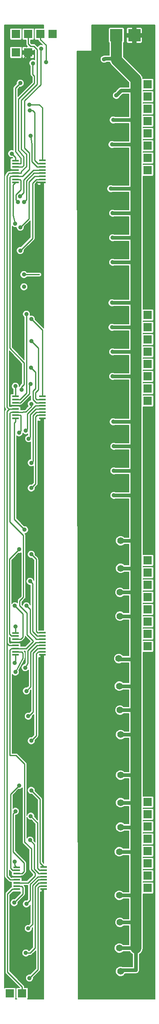
<source format=gbl>
G04 (created by PCBNEW (2013-07-07 BZR 4022)-stable) date 9/25/2014 11:35:05 PM*
%MOIN*%
G04 Gerber Fmt 3.4, Leading zero omitted, Abs format*
%FSLAX34Y34*%
G01*
G70*
G90*
G04 APERTURE LIST*
%ADD10C,0.00590551*%
%ADD11R,0.0579X0.0165*%
%ADD12R,0.0708661X0.0708661*%
%ADD13R,0.1X0.1*%
%ADD14C,0.035*%
%ADD15C,0.055*%
%ADD16C,0.01*%
%ADD17C,0.03*%
%ADD18C,0.015*%
%ADD19C,0.09*%
%ADD20C,0.008*%
G04 APERTURE END LIST*
G54D10*
G54D11*
X76702Y-60972D03*
X76702Y-61228D03*
X76702Y-61484D03*
X76702Y-61740D03*
X74500Y-60208D03*
X76702Y-60204D03*
X76702Y-60460D03*
X76702Y-60716D03*
X74498Y-61996D03*
X74498Y-61740D03*
X74498Y-61484D03*
X74498Y-61228D03*
X74498Y-60972D03*
X74498Y-60716D03*
X76702Y-61996D03*
X74500Y-60460D03*
X76802Y-80072D03*
X76802Y-80328D03*
X76802Y-80584D03*
X76802Y-80840D03*
X74600Y-79308D03*
X76802Y-79304D03*
X76802Y-79560D03*
X76802Y-79816D03*
X74598Y-81096D03*
X74598Y-80840D03*
X74598Y-80584D03*
X74598Y-80328D03*
X74598Y-80072D03*
X74598Y-79816D03*
X76802Y-81096D03*
X74600Y-79560D03*
X76702Y-22472D03*
X76702Y-22728D03*
X76702Y-22984D03*
X76702Y-23240D03*
X74500Y-21708D03*
X76702Y-21704D03*
X76702Y-21960D03*
X76702Y-22216D03*
X74498Y-23496D03*
X74498Y-23240D03*
X74498Y-22984D03*
X74498Y-22728D03*
X74498Y-22472D03*
X74498Y-22216D03*
X76702Y-23496D03*
X74500Y-21960D03*
X76702Y-41697D03*
X76702Y-41953D03*
X76702Y-42209D03*
X76702Y-42465D03*
X74500Y-40933D03*
X76702Y-40929D03*
X76702Y-41185D03*
X76702Y-41441D03*
X74498Y-42721D03*
X74498Y-42465D03*
X74498Y-42209D03*
X74498Y-41953D03*
X74498Y-41697D03*
X74498Y-41441D03*
X76702Y-42721D03*
X74500Y-41185D03*
G54D12*
X85300Y-20500D03*
X85300Y-19500D03*
X85300Y-21500D03*
X85300Y-22500D03*
X85300Y-18500D03*
X85300Y-17500D03*
X85300Y-15500D03*
X85300Y-16500D03*
X85300Y-79000D03*
X85300Y-78000D03*
X85300Y-80000D03*
X85300Y-81000D03*
X85300Y-77000D03*
X85300Y-76000D03*
X85300Y-74000D03*
X85300Y-75000D03*
X85300Y-59300D03*
X85300Y-58300D03*
X85300Y-60300D03*
X85300Y-61300D03*
X85300Y-57300D03*
X85300Y-56300D03*
X85300Y-54300D03*
X85300Y-55300D03*
X85300Y-39300D03*
X85300Y-38300D03*
X85300Y-40300D03*
X85300Y-41300D03*
X85300Y-37300D03*
X85300Y-36300D03*
X85300Y-34300D03*
X85300Y-35300D03*
X74550Y-11400D03*
X75550Y-11400D03*
X77550Y-11400D03*
X76550Y-11400D03*
G54D13*
X82750Y-11500D03*
X84224Y-11500D03*
G54D12*
X74050Y-89600D03*
X75050Y-89600D03*
X74550Y-12900D03*
X75550Y-12900D03*
G54D14*
X75200Y-32000D03*
X75200Y-31000D03*
X81750Y-13450D03*
G54D15*
X83100Y-87800D03*
X83000Y-85900D03*
X83050Y-83800D03*
X83000Y-81600D03*
X83000Y-78050D03*
X83100Y-76050D03*
X83100Y-74050D03*
X83100Y-71800D03*
X83100Y-68500D03*
X83050Y-66500D03*
X83000Y-64550D03*
X82950Y-62300D03*
X83050Y-58850D03*
X83050Y-56900D03*
X83100Y-54950D03*
X83100Y-52700D03*
G54D14*
X82550Y-49000D03*
X82550Y-47000D03*
X82550Y-45000D03*
X82500Y-43000D03*
X82450Y-39300D03*
X82450Y-37300D03*
X82400Y-35300D03*
X82400Y-33300D03*
X82450Y-30000D03*
X82450Y-28000D03*
X82450Y-26000D03*
X82300Y-24000D03*
X82400Y-20400D03*
X82500Y-18400D03*
X82750Y-16400D03*
X75000Y-40400D03*
X75800Y-41550D03*
X76600Y-12575D03*
X75600Y-86950D03*
X73950Y-88700D03*
X75650Y-29200D03*
X75450Y-27350D03*
X75150Y-13750D03*
X75550Y-50750D03*
X75550Y-50050D03*
X76300Y-89350D03*
X75550Y-84950D03*
X75350Y-82950D03*
X75450Y-80000D03*
X75700Y-76450D03*
X74750Y-76650D03*
X75750Y-74450D03*
X75750Y-72400D03*
X75700Y-69750D03*
X75500Y-67650D03*
X75350Y-65650D03*
X75350Y-63550D03*
X75300Y-61000D03*
X75700Y-55300D03*
X74750Y-55300D03*
X75800Y-53200D03*
X75500Y-57350D03*
X74700Y-38350D03*
X75200Y-41800D03*
X73900Y-14650D03*
X73900Y-20150D03*
G54D15*
X80850Y-88750D03*
X80800Y-86800D03*
X80800Y-84700D03*
X80800Y-82750D03*
X80900Y-79050D03*
X80750Y-76950D03*
X80900Y-75000D03*
X80850Y-72950D03*
X80850Y-69500D03*
X80800Y-67450D03*
X80900Y-65450D03*
X80950Y-63450D03*
X80900Y-59900D03*
X80850Y-57900D03*
X80850Y-55800D03*
X80950Y-53800D03*
X80900Y-50150D03*
X80800Y-48150D03*
X80850Y-46100D03*
X80900Y-44200D03*
X80800Y-40500D03*
X80800Y-38400D03*
X80750Y-36450D03*
X80850Y-34400D03*
X80850Y-31250D03*
X80750Y-29100D03*
X80850Y-27150D03*
X80850Y-25150D03*
X80850Y-21700D03*
X80800Y-19550D03*
X80900Y-17550D03*
X80950Y-15600D03*
X81450Y-12650D03*
X84800Y-13200D03*
G54D14*
X77000Y-13700D03*
X74450Y-58000D03*
X75925Y-13775D03*
X75250Y-51800D03*
X75800Y-73050D03*
X75550Y-67000D03*
X75800Y-69000D03*
X74800Y-72650D03*
X75750Y-75150D03*
X75700Y-77100D03*
X75300Y-63050D03*
X75400Y-64950D03*
X75650Y-88350D03*
X75400Y-82300D03*
X75550Y-84300D03*
X75350Y-86300D03*
X74500Y-74750D03*
X74450Y-62650D03*
X74800Y-53400D03*
X75800Y-53800D03*
X75700Y-56000D03*
X75400Y-58000D03*
X74900Y-15400D03*
X75725Y-19700D03*
X75650Y-17150D03*
X75675Y-17625D03*
X74875Y-24625D03*
X75200Y-25100D03*
X74900Y-27150D03*
X74900Y-29050D03*
X75400Y-34225D03*
X75800Y-34625D03*
X75800Y-36425D03*
X75800Y-46350D03*
X75775Y-38600D03*
X75350Y-43725D03*
X75575Y-44375D03*
X75800Y-48400D03*
X75750Y-39925D03*
X74475Y-26850D03*
X74200Y-21150D03*
X74450Y-78850D03*
X74500Y-63400D03*
X74400Y-82200D03*
X74500Y-59700D03*
X74800Y-43900D03*
X74500Y-40100D03*
X74700Y-25075D03*
G54D16*
X76450Y-31000D02*
X75200Y-31000D01*
G54D17*
X81800Y-13400D02*
X82750Y-13400D01*
X81750Y-13450D02*
X81800Y-13400D01*
X83100Y-87800D02*
X83200Y-87700D01*
X83200Y-87700D02*
X84350Y-87700D01*
X84350Y-87700D02*
X84350Y-85900D01*
X83000Y-85900D02*
X84350Y-85900D01*
X83050Y-83800D02*
X84350Y-83800D01*
X83000Y-81600D02*
X84350Y-81600D01*
X83000Y-78050D02*
X84350Y-78050D01*
X83100Y-76050D02*
X84350Y-76050D01*
X83100Y-74050D02*
X84350Y-74050D01*
X83100Y-71800D02*
X84350Y-71800D01*
X83100Y-68500D02*
X84350Y-68500D01*
X83050Y-66500D02*
X84350Y-66500D01*
X83000Y-64550D02*
X84350Y-64550D01*
X83000Y-62350D02*
X84350Y-62350D01*
X82950Y-62300D02*
X83000Y-62350D01*
X83050Y-58850D02*
X84350Y-58850D01*
X83050Y-56900D02*
X84350Y-56900D01*
X83100Y-54950D02*
X84350Y-54950D01*
X83100Y-52700D02*
X84350Y-52700D01*
X82550Y-49000D02*
X84350Y-49000D01*
X82550Y-47000D02*
X84350Y-47000D01*
X82550Y-45000D02*
X84350Y-45000D01*
X82500Y-43000D02*
X84350Y-43000D01*
X82450Y-39300D02*
X84350Y-39300D01*
X82450Y-37300D02*
X84350Y-37300D01*
X82400Y-35300D02*
X84350Y-35300D01*
X82400Y-33300D02*
X84350Y-33300D01*
X82450Y-30000D02*
X84350Y-30000D01*
X82450Y-28000D02*
X84350Y-28000D01*
X82450Y-26000D02*
X84350Y-26000D01*
X82300Y-24000D02*
X84350Y-24000D01*
X82400Y-20400D02*
X84350Y-20400D01*
G54D18*
X84350Y-20400D02*
X84400Y-20400D01*
X84400Y-20400D02*
X84350Y-20400D01*
G54D17*
X82500Y-18400D02*
X84350Y-18400D01*
X84350Y-18400D02*
X84350Y-18350D01*
X82750Y-16400D02*
X83150Y-16000D01*
X83150Y-16000D02*
X84350Y-16000D01*
G54D19*
X82750Y-11500D02*
X82750Y-13400D01*
X82750Y-13400D02*
X82750Y-13500D01*
X82750Y-13500D02*
X84350Y-15100D01*
X84350Y-15100D02*
X84350Y-16000D01*
X84350Y-16000D02*
X84350Y-18350D01*
X84350Y-18350D02*
X84350Y-20400D01*
X84350Y-20400D02*
X84350Y-24000D01*
X84350Y-24000D02*
X84350Y-26000D01*
X84350Y-26000D02*
X84350Y-28000D01*
X84350Y-28000D02*
X84350Y-30000D01*
X84350Y-30000D02*
X84350Y-33300D01*
X84350Y-33300D02*
X84350Y-35300D01*
X84350Y-35300D02*
X84350Y-37300D01*
X84350Y-37300D02*
X84350Y-39300D01*
X84350Y-39300D02*
X84350Y-43000D01*
X84350Y-43000D02*
X84350Y-45000D01*
X84350Y-45000D02*
X84350Y-47000D01*
X84350Y-47000D02*
X84350Y-49000D01*
X84350Y-49000D02*
X84350Y-52700D01*
X84350Y-52700D02*
X84350Y-54950D01*
X84350Y-54950D02*
X84350Y-56900D01*
X84350Y-56900D02*
X84350Y-58850D01*
X84350Y-58850D02*
X84350Y-62350D01*
X84350Y-62350D02*
X84350Y-64550D01*
X84350Y-64550D02*
X84350Y-66500D01*
X84350Y-66500D02*
X84350Y-68500D01*
X84350Y-68500D02*
X84350Y-71800D01*
X84350Y-71800D02*
X84350Y-74050D01*
X84350Y-74050D02*
X84350Y-76050D01*
X84350Y-76050D02*
X84350Y-78050D01*
X84350Y-78050D02*
X84350Y-81600D01*
X84350Y-81600D02*
X84350Y-83800D01*
X84350Y-83800D02*
X84350Y-85900D01*
G54D16*
X75100Y-42200D02*
X75342Y-42200D01*
X75800Y-41742D02*
X75800Y-41550D01*
X75342Y-42200D02*
X75800Y-41742D01*
X75366Y-80584D02*
X75533Y-80584D01*
X76100Y-79800D02*
X75800Y-79500D01*
X76100Y-80017D02*
X76100Y-79800D01*
X75533Y-80584D02*
X76100Y-80017D01*
X75450Y-60350D02*
X75950Y-60850D01*
X75383Y-61484D02*
X75116Y-61484D01*
X75950Y-60917D02*
X75383Y-61484D01*
X75950Y-60850D02*
X75950Y-60917D01*
X74050Y-70200D02*
X74550Y-70200D01*
X74166Y-61484D02*
X74050Y-61600D01*
X74050Y-61600D02*
X74050Y-70200D01*
X75800Y-77800D02*
X75800Y-79500D01*
X75250Y-77250D02*
X75800Y-77800D01*
X74498Y-61484D02*
X74166Y-61484D01*
X74550Y-70200D02*
X75250Y-70900D01*
X75250Y-70900D02*
X75250Y-77250D01*
X74050Y-50850D02*
X74050Y-51150D01*
X74850Y-57600D02*
X74850Y-58000D01*
X75150Y-57300D02*
X74850Y-57600D01*
X75150Y-52250D02*
X75150Y-57300D01*
X74050Y-51150D02*
X75150Y-52250D01*
X75000Y-40400D02*
X75000Y-40149D01*
X74116Y-22984D02*
X74050Y-23100D01*
X74050Y-23100D02*
X74050Y-37000D01*
X74050Y-37000D02*
X75000Y-38000D01*
X74116Y-22984D02*
X74498Y-22984D01*
X75199Y-38199D02*
X75000Y-38000D01*
X75199Y-39950D02*
X75199Y-38199D01*
X75000Y-40149D02*
X75199Y-39950D01*
X75100Y-42200D02*
X75091Y-42209D01*
X74498Y-42209D02*
X75091Y-42209D01*
X75366Y-80584D02*
X74598Y-80584D01*
X74050Y-42300D02*
X74050Y-50850D01*
X74141Y-42209D02*
X74050Y-42300D01*
X74498Y-42209D02*
X74141Y-42209D01*
X75116Y-61484D02*
X74498Y-61484D01*
X75450Y-58600D02*
X75450Y-60350D01*
X74850Y-58000D02*
X75450Y-58600D01*
X75066Y-22984D02*
X75625Y-22425D01*
X75625Y-22425D02*
X75625Y-21075D01*
X75625Y-21075D02*
X75225Y-20675D01*
X75225Y-20675D02*
X75225Y-16825D01*
X75225Y-16825D02*
X76578Y-15528D01*
X74498Y-22984D02*
X75066Y-22984D01*
X76600Y-12575D02*
X76578Y-12596D01*
X76578Y-12596D02*
X76578Y-15528D01*
X75550Y-50050D02*
X75550Y-50750D01*
X74598Y-80072D02*
X75378Y-80072D01*
X75378Y-80072D02*
X75450Y-80000D01*
X75750Y-72400D02*
X75750Y-72350D01*
X75750Y-72350D02*
X75750Y-72400D01*
X74498Y-60972D02*
X75272Y-60972D01*
X75272Y-60972D02*
X75300Y-61000D01*
X76300Y-53700D02*
X75800Y-53200D01*
X76400Y-53700D02*
X76300Y-53700D01*
X74498Y-41697D02*
X75097Y-41697D01*
X75097Y-41697D02*
X75200Y-41800D01*
X75550Y-13000D02*
X73900Y-14650D01*
X75550Y-13000D02*
X75550Y-12900D01*
X80800Y-76900D02*
X81000Y-76900D01*
X80750Y-76950D02*
X80800Y-76900D01*
X80850Y-72950D02*
X80850Y-73000D01*
X84750Y-13150D02*
X84800Y-13150D01*
X84800Y-13200D02*
X84750Y-13150D01*
X75100Y-60550D02*
X75100Y-58650D01*
X76550Y-11850D02*
X77000Y-12300D01*
X77000Y-12300D02*
X77000Y-13700D01*
X75100Y-60550D02*
X74934Y-60716D01*
X74498Y-60716D02*
X74934Y-60716D01*
X76550Y-11850D02*
X76550Y-11400D01*
X75100Y-58650D02*
X74450Y-58000D01*
X73850Y-87850D02*
X75050Y-89050D01*
X75050Y-89050D02*
X75050Y-89600D01*
X74598Y-81096D02*
X74254Y-81096D01*
X73850Y-81500D02*
X73850Y-87850D01*
X74254Y-81096D02*
X73850Y-81500D01*
X75900Y-14550D02*
X75900Y-14675D01*
X76050Y-15400D02*
X74750Y-16700D01*
X76050Y-14825D02*
X76050Y-15400D01*
X75900Y-14675D02*
X76050Y-14825D01*
X75900Y-13800D02*
X75900Y-14450D01*
X75925Y-13775D02*
X75900Y-13800D01*
X75175Y-21393D02*
X75147Y-21352D01*
X75034Y-22216D02*
X74498Y-22216D01*
X74750Y-20850D02*
X74750Y-16700D01*
X75147Y-21352D02*
X74750Y-20850D01*
X75034Y-22216D02*
X75175Y-22109D01*
X75175Y-22109D02*
X75175Y-21393D01*
X75900Y-14450D02*
X75900Y-14550D01*
X74498Y-42721D02*
X74498Y-43002D01*
X74400Y-50950D02*
X75250Y-51800D01*
X74400Y-43100D02*
X74400Y-50950D01*
X74498Y-43002D02*
X74400Y-43100D01*
X76802Y-79304D02*
X76802Y-79252D01*
X76500Y-73750D02*
X75800Y-73050D01*
X76500Y-78950D02*
X76500Y-73750D01*
X76802Y-79252D02*
X76500Y-78950D01*
X76702Y-61484D02*
X76316Y-61484D01*
X75600Y-67000D02*
X75550Y-67000D01*
X75950Y-66650D02*
X75600Y-67000D01*
X75950Y-61850D02*
X75950Y-66650D01*
X76316Y-61484D02*
X75950Y-61850D01*
X76702Y-61740D02*
X76360Y-61740D01*
X76200Y-68600D02*
X75800Y-69000D01*
X76200Y-61900D02*
X76200Y-68600D01*
X76360Y-61740D02*
X76200Y-61900D01*
X74600Y-79560D02*
X74260Y-79560D01*
X74100Y-73350D02*
X74800Y-72650D01*
X74100Y-79400D02*
X74100Y-73350D01*
X74260Y-79560D02*
X74100Y-79400D01*
X76802Y-79560D02*
X76460Y-79560D01*
X76299Y-75699D02*
X75750Y-75150D01*
X76299Y-79399D02*
X76299Y-75699D01*
X76460Y-79560D02*
X76299Y-79399D01*
X76802Y-79816D02*
X76416Y-79816D01*
X76050Y-77450D02*
X75700Y-77100D01*
X76050Y-79450D02*
X76050Y-77450D01*
X76416Y-79816D02*
X76050Y-79450D01*
X76702Y-60972D02*
X76178Y-60972D01*
X75500Y-62650D02*
X75300Y-63050D01*
X75500Y-61650D02*
X75500Y-62650D01*
X76178Y-60972D02*
X75500Y-61650D01*
X76702Y-61228D02*
X76272Y-61228D01*
X75749Y-64600D02*
X75400Y-64950D01*
X75749Y-61750D02*
X75749Y-64600D01*
X76272Y-61228D02*
X75749Y-61750D01*
X76802Y-80840D02*
X76460Y-80840D01*
X76350Y-87650D02*
X75650Y-88350D01*
X76350Y-80950D02*
X76350Y-87650D01*
X76460Y-80840D02*
X76350Y-80950D01*
X76802Y-80072D02*
X76328Y-80072D01*
X75699Y-82000D02*
X75400Y-82300D01*
X75699Y-80700D02*
X75699Y-82000D01*
X76328Y-80072D02*
X75699Y-80700D01*
X76802Y-80328D02*
X76372Y-80328D01*
X75899Y-83950D02*
X75550Y-84300D01*
X75899Y-80800D02*
X75899Y-83950D01*
X76372Y-80328D02*
X75899Y-80800D01*
X76802Y-80584D02*
X76416Y-80584D01*
X75700Y-86300D02*
X75350Y-86300D01*
X76100Y-85900D02*
X75700Y-86300D01*
X76100Y-80900D02*
X76100Y-85900D01*
X76416Y-80584D02*
X76100Y-80900D01*
X74525Y-78275D02*
X74525Y-78274D01*
X74525Y-78274D02*
X74300Y-78050D01*
X74300Y-78050D02*
X74300Y-77900D01*
X74300Y-74949D02*
X74500Y-74750D01*
X74300Y-77900D02*
X74300Y-74949D01*
X75034Y-79816D02*
X75200Y-79650D01*
X75200Y-79650D02*
X75200Y-78950D01*
X75200Y-78950D02*
X74525Y-78275D01*
X74598Y-79816D02*
X75034Y-79816D01*
X74498Y-62602D02*
X74498Y-61996D01*
X74450Y-62650D02*
X74498Y-62602D01*
X74500Y-60460D02*
X74160Y-60460D01*
X74000Y-54199D02*
X74800Y-53400D01*
X74000Y-60300D02*
X74000Y-54199D01*
X74160Y-60460D02*
X74000Y-60300D01*
X76702Y-60204D02*
X76304Y-60204D01*
X76200Y-54200D02*
X75800Y-53800D01*
X76200Y-60100D02*
X76200Y-54200D01*
X76304Y-60204D02*
X76200Y-60100D01*
X76702Y-60460D02*
X76260Y-60460D01*
X75900Y-56200D02*
X75700Y-56000D01*
X75900Y-60100D02*
X75900Y-56200D01*
X76260Y-60460D02*
X75900Y-60100D01*
X76702Y-60716D02*
X76216Y-60716D01*
X75699Y-58299D02*
X75400Y-58000D01*
X75699Y-60199D02*
X75699Y-58299D01*
X76216Y-60716D02*
X75699Y-60199D01*
X74950Y-21960D02*
X74950Y-21530D01*
X74500Y-20950D02*
X74500Y-15800D01*
X74500Y-21960D02*
X74950Y-21960D01*
X74937Y-21518D02*
X74500Y-20950D01*
X74500Y-15800D02*
X74900Y-15400D01*
X74950Y-21530D02*
X74937Y-21518D01*
X76702Y-22216D02*
X76266Y-22216D01*
X75849Y-20399D02*
X75725Y-19700D01*
X75849Y-20399D02*
X75849Y-20399D01*
X75849Y-21799D02*
X75849Y-20399D01*
X76266Y-22216D02*
X75849Y-21799D01*
X75650Y-17150D02*
X76450Y-17150D01*
X76702Y-19052D02*
X76702Y-21704D01*
X76702Y-17402D02*
X76702Y-19052D01*
X76450Y-17150D02*
X76702Y-17402D01*
X76702Y-21960D02*
X76335Y-21960D01*
X75900Y-17625D02*
X75675Y-17625D01*
X76075Y-17800D02*
X75900Y-17625D01*
X76075Y-21700D02*
X76075Y-17800D01*
X76335Y-21960D02*
X76075Y-21700D01*
X76702Y-22472D02*
X75978Y-22472D01*
X75175Y-24325D02*
X74875Y-24625D01*
X75175Y-23275D02*
X75175Y-24325D01*
X75978Y-22472D02*
X75175Y-23275D01*
X76050Y-22728D02*
X76022Y-22728D01*
X76022Y-22728D02*
X75399Y-23350D01*
X75399Y-23350D02*
X75399Y-24900D01*
X75399Y-24900D02*
X75200Y-25100D01*
X76702Y-22728D02*
X76050Y-22728D01*
X76050Y-22728D02*
X76022Y-22728D01*
X76702Y-22984D02*
X76066Y-22984D01*
X75600Y-26450D02*
X74900Y-27150D01*
X75600Y-23450D02*
X75600Y-26450D01*
X76066Y-22984D02*
X75600Y-23450D01*
X76702Y-23240D02*
X76210Y-23240D01*
X75900Y-28050D02*
X74900Y-29050D01*
X75900Y-23550D02*
X75900Y-28050D01*
X76210Y-23240D02*
X75900Y-23550D01*
X74500Y-41185D02*
X74865Y-41185D01*
X75400Y-40650D02*
X75400Y-34225D01*
X74865Y-41185D02*
X75400Y-40650D01*
X76702Y-40929D02*
X76702Y-35527D01*
X76702Y-35527D02*
X75800Y-34625D01*
X76702Y-41185D02*
X76235Y-41185D01*
X76375Y-37000D02*
X75800Y-36425D01*
X76375Y-40400D02*
X76375Y-37000D01*
X76150Y-40625D02*
X76375Y-40400D01*
X76150Y-41100D02*
X76150Y-40625D01*
X76235Y-41185D02*
X76150Y-41100D01*
X76702Y-42209D02*
X76216Y-42209D01*
X75925Y-46225D02*
X75800Y-46350D01*
X75925Y-42500D02*
X75925Y-46225D01*
X76216Y-42209D02*
X75925Y-42500D01*
X76702Y-41441D02*
X76191Y-41441D01*
X76125Y-38950D02*
X75775Y-38600D01*
X76125Y-40275D02*
X76125Y-38950D01*
X75925Y-40475D02*
X76125Y-40275D01*
X75925Y-41175D02*
X75925Y-40475D01*
X76191Y-41441D02*
X75925Y-41175D01*
X76702Y-41697D02*
X76128Y-41697D01*
X75475Y-43600D02*
X75350Y-43725D01*
X75475Y-42350D02*
X75475Y-43600D01*
X76128Y-41697D02*
X75475Y-42350D01*
X76702Y-41953D02*
X76172Y-41953D01*
X75700Y-44250D02*
X75575Y-44375D01*
X75700Y-42425D02*
X75700Y-44250D01*
X76172Y-41953D02*
X75700Y-42425D01*
X76702Y-42465D02*
X76260Y-42465D01*
X76150Y-48050D02*
X75800Y-48400D01*
X76150Y-42575D02*
X76150Y-48050D01*
X76260Y-42465D02*
X76150Y-42575D01*
X74908Y-41441D02*
X75625Y-40724D01*
X75625Y-40724D02*
X75625Y-40050D01*
X75625Y-40050D02*
X75750Y-39925D01*
X74475Y-26850D02*
X74300Y-26150D01*
X74300Y-26150D02*
X74300Y-23694D01*
X74498Y-23496D02*
X74300Y-23694D01*
X74908Y-41441D02*
X74498Y-41441D01*
X74975Y-16800D02*
X74975Y-16775D01*
X76275Y-15475D02*
X76275Y-15200D01*
X74975Y-16775D02*
X76275Y-15475D01*
X74498Y-61228D02*
X73978Y-61228D01*
X73978Y-61228D02*
X73800Y-61050D01*
X73997Y-41953D02*
X73953Y-41953D01*
X73800Y-41600D02*
X73800Y-23000D01*
X73800Y-23000D02*
X73972Y-22728D01*
X73972Y-22728D02*
X74498Y-22728D01*
X73800Y-41800D02*
X73800Y-41600D01*
X73953Y-41953D02*
X73800Y-41800D01*
X74053Y-41953D02*
X73997Y-41953D01*
X74078Y-80328D02*
X74598Y-80328D01*
X73800Y-80050D02*
X74078Y-80328D01*
X73800Y-42150D02*
X73800Y-61050D01*
X73800Y-61050D02*
X73800Y-80050D01*
X73997Y-41953D02*
X73800Y-42150D01*
X74498Y-41953D02*
X74053Y-41953D01*
X75550Y-11400D02*
X75550Y-12200D01*
X76275Y-13175D02*
X76275Y-15200D01*
X76275Y-12650D02*
X76275Y-13175D01*
X76000Y-12375D02*
X76275Y-12650D01*
X75725Y-12375D02*
X76000Y-12375D01*
X75550Y-12200D02*
X75725Y-12375D01*
X74972Y-22728D02*
X74498Y-22728D01*
X74975Y-20775D02*
X74975Y-16800D01*
X75400Y-21200D02*
X74975Y-20775D01*
X75400Y-22175D02*
X75400Y-21200D01*
X74975Y-22600D02*
X75400Y-22175D01*
X74975Y-22725D02*
X74975Y-22600D01*
X74972Y-22728D02*
X74975Y-22725D01*
X75550Y-11400D02*
X75550Y-11750D01*
X74500Y-21450D02*
X74500Y-21708D01*
X74200Y-21150D02*
X74500Y-21450D01*
X74450Y-78850D02*
X74450Y-79158D01*
X74450Y-79158D02*
X74600Y-79308D01*
X74500Y-63400D02*
X75100Y-62250D01*
X75100Y-62250D02*
X75100Y-61850D01*
X75100Y-61850D02*
X74990Y-61740D01*
X74498Y-61740D02*
X74990Y-61740D01*
X74990Y-80840D02*
X74598Y-80840D01*
X75100Y-80950D02*
X74990Y-80840D01*
X75100Y-81500D02*
X75100Y-80950D01*
X74400Y-82200D02*
X75100Y-81500D01*
X74500Y-59700D02*
X74500Y-60208D01*
X74498Y-42465D02*
X74915Y-42465D01*
X74950Y-43750D02*
X74800Y-43900D01*
X74950Y-42500D02*
X74950Y-43750D01*
X74915Y-42465D02*
X74950Y-42500D01*
X74500Y-40300D02*
X74500Y-40933D01*
X74500Y-40100D02*
X74500Y-40300D01*
X74865Y-23240D02*
X74498Y-23240D01*
X74950Y-23325D02*
X74865Y-23240D01*
X74950Y-24075D02*
X74950Y-23325D01*
X74525Y-24500D02*
X74950Y-24075D01*
X74525Y-24900D02*
X74525Y-24500D01*
X74700Y-25075D02*
X74525Y-24900D01*
G54D10*
G36*
X85910Y-90060D02*
X85794Y-90060D01*
X85794Y-81326D01*
X85794Y-80617D01*
X85773Y-80566D01*
X85733Y-80527D01*
X85682Y-80505D01*
X85626Y-80505D01*
X84940Y-80505D01*
X84940Y-80494D01*
X84973Y-80494D01*
X85682Y-80494D01*
X85733Y-80473D01*
X85772Y-80433D01*
X85794Y-80382D01*
X85794Y-80326D01*
X85794Y-79617D01*
X85773Y-79566D01*
X85733Y-79527D01*
X85682Y-79505D01*
X85626Y-79505D01*
X84940Y-79505D01*
X84940Y-79494D01*
X84973Y-79494D01*
X85682Y-79494D01*
X85733Y-79473D01*
X85772Y-79433D01*
X85794Y-79382D01*
X85794Y-79326D01*
X85794Y-78617D01*
X85773Y-78566D01*
X85733Y-78527D01*
X85682Y-78505D01*
X85626Y-78505D01*
X84940Y-78505D01*
X84940Y-78494D01*
X84973Y-78494D01*
X85682Y-78494D01*
X85733Y-78473D01*
X85772Y-78433D01*
X85794Y-78382D01*
X85794Y-78326D01*
X85794Y-77617D01*
X85773Y-77566D01*
X85733Y-77527D01*
X85682Y-77505D01*
X85626Y-77505D01*
X84940Y-77505D01*
X84940Y-77494D01*
X84973Y-77494D01*
X85682Y-77494D01*
X85733Y-77473D01*
X85772Y-77433D01*
X85794Y-77382D01*
X85794Y-77326D01*
X85794Y-76617D01*
X85773Y-76566D01*
X85733Y-76527D01*
X85682Y-76505D01*
X85626Y-76505D01*
X84940Y-76505D01*
X84940Y-76494D01*
X84973Y-76494D01*
X85682Y-76494D01*
X85733Y-76473D01*
X85772Y-76433D01*
X85794Y-76382D01*
X85794Y-76326D01*
X85794Y-75617D01*
X85773Y-75566D01*
X85733Y-75527D01*
X85682Y-75505D01*
X85626Y-75505D01*
X84940Y-75505D01*
X84940Y-75494D01*
X84973Y-75494D01*
X85682Y-75494D01*
X85733Y-75473D01*
X85772Y-75433D01*
X85794Y-75382D01*
X85794Y-75326D01*
X85794Y-74617D01*
X85773Y-74566D01*
X85733Y-74527D01*
X85682Y-74505D01*
X85626Y-74505D01*
X84940Y-74505D01*
X84940Y-74494D01*
X84973Y-74494D01*
X85682Y-74494D01*
X85733Y-74473D01*
X85772Y-74433D01*
X85794Y-74382D01*
X85794Y-74326D01*
X85794Y-73617D01*
X85773Y-73566D01*
X85733Y-73527D01*
X85682Y-73505D01*
X85626Y-73505D01*
X84940Y-73505D01*
X84940Y-71800D01*
X84940Y-68500D01*
X84940Y-66500D01*
X84940Y-64550D01*
X84940Y-62350D01*
X84940Y-61794D01*
X84973Y-61794D01*
X85682Y-61794D01*
X85733Y-61773D01*
X85772Y-61733D01*
X85794Y-61682D01*
X85794Y-61626D01*
X85794Y-60917D01*
X85773Y-60866D01*
X85733Y-60827D01*
X85682Y-60805D01*
X85626Y-60805D01*
X84940Y-60805D01*
X84940Y-60794D01*
X84973Y-60794D01*
X85682Y-60794D01*
X85733Y-60773D01*
X85772Y-60733D01*
X85794Y-60682D01*
X85794Y-60626D01*
X85794Y-59917D01*
X85773Y-59866D01*
X85733Y-59827D01*
X85682Y-59805D01*
X85626Y-59805D01*
X84940Y-59805D01*
X84940Y-59794D01*
X84973Y-59794D01*
X85682Y-59794D01*
X85733Y-59773D01*
X85772Y-59733D01*
X85794Y-59682D01*
X85794Y-59626D01*
X85794Y-58917D01*
X85773Y-58866D01*
X85733Y-58827D01*
X85682Y-58805D01*
X85626Y-58805D01*
X84940Y-58805D01*
X84940Y-58794D01*
X84973Y-58794D01*
X85682Y-58794D01*
X85733Y-58773D01*
X85772Y-58733D01*
X85794Y-58682D01*
X85794Y-58626D01*
X85794Y-57917D01*
X85773Y-57866D01*
X85733Y-57827D01*
X85682Y-57805D01*
X85626Y-57805D01*
X84940Y-57805D01*
X84940Y-57794D01*
X84973Y-57794D01*
X85682Y-57794D01*
X85733Y-57773D01*
X85772Y-57733D01*
X85794Y-57682D01*
X85794Y-57626D01*
X85794Y-56917D01*
X85773Y-56866D01*
X85733Y-56827D01*
X85682Y-56805D01*
X85626Y-56805D01*
X84940Y-56805D01*
X84940Y-56794D01*
X84973Y-56794D01*
X85682Y-56794D01*
X85733Y-56773D01*
X85772Y-56733D01*
X85794Y-56682D01*
X85794Y-56626D01*
X85794Y-55917D01*
X85773Y-55866D01*
X85733Y-55827D01*
X85682Y-55805D01*
X85626Y-55805D01*
X84940Y-55805D01*
X84940Y-55794D01*
X84973Y-55794D01*
X85682Y-55794D01*
X85733Y-55773D01*
X85772Y-55733D01*
X85794Y-55682D01*
X85794Y-55626D01*
X85794Y-54917D01*
X85773Y-54866D01*
X85733Y-54827D01*
X85682Y-54805D01*
X85626Y-54805D01*
X84940Y-54805D01*
X84940Y-54794D01*
X84973Y-54794D01*
X85682Y-54794D01*
X85733Y-54773D01*
X85772Y-54733D01*
X85794Y-54682D01*
X85794Y-54626D01*
X85794Y-53917D01*
X85773Y-53866D01*
X85733Y-53827D01*
X85682Y-53805D01*
X85626Y-53805D01*
X84940Y-53805D01*
X84940Y-52700D01*
X84940Y-49000D01*
X84940Y-47000D01*
X84940Y-45000D01*
X84940Y-43000D01*
X84940Y-41794D01*
X84973Y-41794D01*
X85682Y-41794D01*
X85733Y-41773D01*
X85772Y-41733D01*
X85794Y-41682D01*
X85794Y-41626D01*
X85794Y-40917D01*
X85773Y-40866D01*
X85733Y-40827D01*
X85682Y-40805D01*
X85626Y-40805D01*
X84940Y-40805D01*
X84940Y-40794D01*
X84973Y-40794D01*
X85682Y-40794D01*
X85733Y-40773D01*
X85772Y-40733D01*
X85794Y-40682D01*
X85794Y-40626D01*
X85794Y-39917D01*
X85773Y-39866D01*
X85733Y-39827D01*
X85682Y-39805D01*
X85626Y-39805D01*
X84940Y-39805D01*
X84940Y-39794D01*
X84973Y-39794D01*
X85682Y-39794D01*
X85733Y-39773D01*
X85772Y-39733D01*
X85794Y-39682D01*
X85794Y-39626D01*
X85794Y-38917D01*
X85773Y-38866D01*
X85733Y-38827D01*
X85682Y-38805D01*
X85626Y-38805D01*
X84940Y-38805D01*
X84940Y-38794D01*
X84973Y-38794D01*
X85682Y-38794D01*
X85733Y-38773D01*
X85772Y-38733D01*
X85794Y-38682D01*
X85794Y-38626D01*
X85794Y-37917D01*
X85773Y-37866D01*
X85733Y-37827D01*
X85682Y-37805D01*
X85626Y-37805D01*
X84940Y-37805D01*
X84940Y-37794D01*
X84973Y-37794D01*
X85682Y-37794D01*
X85733Y-37773D01*
X85772Y-37733D01*
X85794Y-37682D01*
X85794Y-37626D01*
X85794Y-36917D01*
X85773Y-36866D01*
X85733Y-36827D01*
X85682Y-36805D01*
X85626Y-36805D01*
X84940Y-36805D01*
X84940Y-36794D01*
X84973Y-36794D01*
X85682Y-36794D01*
X85733Y-36773D01*
X85772Y-36733D01*
X85794Y-36682D01*
X85794Y-36626D01*
X85794Y-35917D01*
X85773Y-35866D01*
X85733Y-35827D01*
X85682Y-35805D01*
X85626Y-35805D01*
X84940Y-35805D01*
X84940Y-35794D01*
X84973Y-35794D01*
X85682Y-35794D01*
X85733Y-35773D01*
X85772Y-35733D01*
X85794Y-35682D01*
X85794Y-35626D01*
X85794Y-34917D01*
X85773Y-34866D01*
X85733Y-34827D01*
X85682Y-34805D01*
X85626Y-34805D01*
X84940Y-34805D01*
X84940Y-34794D01*
X84973Y-34794D01*
X85682Y-34794D01*
X85733Y-34773D01*
X85772Y-34733D01*
X85794Y-34682D01*
X85794Y-34626D01*
X85794Y-33917D01*
X85773Y-33866D01*
X85733Y-33827D01*
X85682Y-33805D01*
X85626Y-33805D01*
X84940Y-33805D01*
X84940Y-33300D01*
X84940Y-30000D01*
X84940Y-28000D01*
X84940Y-26000D01*
X84940Y-24000D01*
X84940Y-22994D01*
X84973Y-22994D01*
X85682Y-22994D01*
X85733Y-22973D01*
X85772Y-22933D01*
X85794Y-22882D01*
X85794Y-22826D01*
X85794Y-22117D01*
X85773Y-22066D01*
X85733Y-22027D01*
X85682Y-22005D01*
X85626Y-22005D01*
X84940Y-22005D01*
X84940Y-21994D01*
X84973Y-21994D01*
X85682Y-21994D01*
X85733Y-21973D01*
X85772Y-21933D01*
X85794Y-21882D01*
X85794Y-21826D01*
X85794Y-21117D01*
X85773Y-21066D01*
X85733Y-21027D01*
X85682Y-21005D01*
X85626Y-21005D01*
X84940Y-21005D01*
X84940Y-20994D01*
X84973Y-20994D01*
X85682Y-20994D01*
X85733Y-20973D01*
X85772Y-20933D01*
X85794Y-20882D01*
X85794Y-20826D01*
X85794Y-20117D01*
X85773Y-20066D01*
X85733Y-20027D01*
X85682Y-20005D01*
X85626Y-20005D01*
X84940Y-20005D01*
X84940Y-19994D01*
X84973Y-19994D01*
X85682Y-19994D01*
X85733Y-19973D01*
X85772Y-19933D01*
X85794Y-19882D01*
X85794Y-19826D01*
X85794Y-19117D01*
X85773Y-19066D01*
X85733Y-19027D01*
X85682Y-19005D01*
X85626Y-19005D01*
X84940Y-19005D01*
X84940Y-18994D01*
X84973Y-18994D01*
X85682Y-18994D01*
X85733Y-18973D01*
X85772Y-18933D01*
X85794Y-18882D01*
X85794Y-18826D01*
X85794Y-18117D01*
X85773Y-18066D01*
X85733Y-18027D01*
X85682Y-18005D01*
X85626Y-18005D01*
X84940Y-18005D01*
X84940Y-17994D01*
X84973Y-17994D01*
X85682Y-17994D01*
X85733Y-17973D01*
X85772Y-17933D01*
X85794Y-17882D01*
X85794Y-17826D01*
X85794Y-17117D01*
X85773Y-17066D01*
X85733Y-17027D01*
X85682Y-17005D01*
X85626Y-17005D01*
X84940Y-17005D01*
X84940Y-16994D01*
X84973Y-16994D01*
X85682Y-16994D01*
X85733Y-16973D01*
X85772Y-16933D01*
X85794Y-16882D01*
X85794Y-16826D01*
X85794Y-16117D01*
X85773Y-16066D01*
X85733Y-16027D01*
X85682Y-16005D01*
X85626Y-16005D01*
X84940Y-16005D01*
X84940Y-16000D01*
X84940Y-15994D01*
X84973Y-15994D01*
X85682Y-15994D01*
X85733Y-15973D01*
X85772Y-15933D01*
X85794Y-15882D01*
X85794Y-15826D01*
X85794Y-15117D01*
X85773Y-15066D01*
X85733Y-15027D01*
X85682Y-15005D01*
X85626Y-15005D01*
X84921Y-15005D01*
X84895Y-14874D01*
X84895Y-14874D01*
X84864Y-14827D01*
X84864Y-12027D01*
X84864Y-10972D01*
X84842Y-10920D01*
X84803Y-10881D01*
X84751Y-10860D01*
X84696Y-10859D01*
X84419Y-10860D01*
X84384Y-10895D01*
X84384Y-11340D01*
X84829Y-11340D01*
X84864Y-11305D01*
X84864Y-10972D01*
X84864Y-12027D01*
X84864Y-11695D01*
X84829Y-11660D01*
X84384Y-11660D01*
X84384Y-12105D01*
X84419Y-12140D01*
X84696Y-12140D01*
X84751Y-12139D01*
X84803Y-12118D01*
X84842Y-12079D01*
X84864Y-12027D01*
X84864Y-14827D01*
X84852Y-14810D01*
X84767Y-14682D01*
X84767Y-14682D01*
X84064Y-13979D01*
X84064Y-12105D01*
X84064Y-11660D01*
X84064Y-11340D01*
X84064Y-10895D01*
X84029Y-10860D01*
X83751Y-10859D01*
X83696Y-10860D01*
X83644Y-10881D01*
X83605Y-10920D01*
X83583Y-10972D01*
X83584Y-11305D01*
X83619Y-11340D01*
X84064Y-11340D01*
X84064Y-11660D01*
X83619Y-11660D01*
X83584Y-11695D01*
X83583Y-12027D01*
X83605Y-12079D01*
X83644Y-12118D01*
X83696Y-12139D01*
X83751Y-12140D01*
X84029Y-12140D01*
X84064Y-12105D01*
X84064Y-13979D01*
X83340Y-13255D01*
X83340Y-12107D01*
X83368Y-12079D01*
X83389Y-12027D01*
X83390Y-11972D01*
X83390Y-10972D01*
X83368Y-10920D01*
X83329Y-10881D01*
X83277Y-10860D01*
X83222Y-10859D01*
X82222Y-10859D01*
X82170Y-10881D01*
X82131Y-10920D01*
X82110Y-10972D01*
X82109Y-11027D01*
X82109Y-12027D01*
X82131Y-12079D01*
X82160Y-12108D01*
X82160Y-13110D01*
X81800Y-13110D01*
X81689Y-13132D01*
X81680Y-13138D01*
X81571Y-13182D01*
X81483Y-13271D01*
X81435Y-13387D01*
X81434Y-13512D01*
X81482Y-13628D01*
X81571Y-13716D01*
X81687Y-13764D01*
X81812Y-13765D01*
X81928Y-13717D01*
X81955Y-13690D01*
X82197Y-13690D01*
X82197Y-13690D01*
X82204Y-13725D01*
X82332Y-13917D01*
X83760Y-15344D01*
X83760Y-15710D01*
X83150Y-15710D01*
X83149Y-15710D01*
X83131Y-15713D01*
X83039Y-15732D01*
X82944Y-15794D01*
X82944Y-15794D01*
X82944Y-15794D01*
X82631Y-16107D01*
X82571Y-16132D01*
X82483Y-16221D01*
X82435Y-16337D01*
X82434Y-16462D01*
X82482Y-16578D01*
X82571Y-16666D01*
X82687Y-16714D01*
X82812Y-16715D01*
X82928Y-16667D01*
X83016Y-16578D01*
X83042Y-16518D01*
X83270Y-16290D01*
X83760Y-16290D01*
X83760Y-18110D01*
X82623Y-18110D01*
X82562Y-18085D01*
X82437Y-18084D01*
X82321Y-18132D01*
X82233Y-18221D01*
X82185Y-18337D01*
X82184Y-18462D01*
X82232Y-18578D01*
X82321Y-18666D01*
X82437Y-18714D01*
X82562Y-18715D01*
X82623Y-18690D01*
X83760Y-18690D01*
X83760Y-20110D01*
X82523Y-20110D01*
X82462Y-20085D01*
X82337Y-20084D01*
X82221Y-20132D01*
X82133Y-20221D01*
X82085Y-20337D01*
X82084Y-20462D01*
X82132Y-20578D01*
X82221Y-20666D01*
X82337Y-20714D01*
X82462Y-20715D01*
X82523Y-20690D01*
X83760Y-20690D01*
X83760Y-23710D01*
X82423Y-23710D01*
X82362Y-23685D01*
X82237Y-23684D01*
X82121Y-23732D01*
X82033Y-23821D01*
X81985Y-23937D01*
X81984Y-24062D01*
X82032Y-24178D01*
X82121Y-24266D01*
X82237Y-24314D01*
X82362Y-24315D01*
X82423Y-24290D01*
X83760Y-24290D01*
X83760Y-25710D01*
X82573Y-25710D01*
X82512Y-25685D01*
X82387Y-25684D01*
X82271Y-25732D01*
X82183Y-25821D01*
X82135Y-25937D01*
X82134Y-26062D01*
X82182Y-26178D01*
X82271Y-26266D01*
X82387Y-26314D01*
X82512Y-26315D01*
X82573Y-26290D01*
X83760Y-26290D01*
X83760Y-27710D01*
X82573Y-27710D01*
X82512Y-27685D01*
X82387Y-27684D01*
X82271Y-27732D01*
X82183Y-27821D01*
X82135Y-27937D01*
X82134Y-28062D01*
X82182Y-28178D01*
X82271Y-28266D01*
X82387Y-28314D01*
X82512Y-28315D01*
X82573Y-28290D01*
X83760Y-28290D01*
X83760Y-29710D01*
X82573Y-29710D01*
X82512Y-29685D01*
X82387Y-29684D01*
X82271Y-29732D01*
X82183Y-29821D01*
X82135Y-29937D01*
X82134Y-30062D01*
X82182Y-30178D01*
X82271Y-30266D01*
X82387Y-30314D01*
X82512Y-30315D01*
X82573Y-30290D01*
X83760Y-30290D01*
X83760Y-33010D01*
X82523Y-33010D01*
X82462Y-32985D01*
X82337Y-32984D01*
X82221Y-33032D01*
X82133Y-33121D01*
X82085Y-33237D01*
X82084Y-33362D01*
X82132Y-33478D01*
X82221Y-33566D01*
X82337Y-33614D01*
X82462Y-33615D01*
X82523Y-33590D01*
X83760Y-33590D01*
X83760Y-35010D01*
X82523Y-35010D01*
X82462Y-34985D01*
X82337Y-34984D01*
X82221Y-35032D01*
X82133Y-35121D01*
X82085Y-35237D01*
X82084Y-35362D01*
X82132Y-35478D01*
X82221Y-35566D01*
X82337Y-35614D01*
X82462Y-35615D01*
X82523Y-35590D01*
X83760Y-35590D01*
X83760Y-37010D01*
X82573Y-37010D01*
X82512Y-36985D01*
X82387Y-36984D01*
X82271Y-37032D01*
X82183Y-37121D01*
X82135Y-37237D01*
X82134Y-37362D01*
X82182Y-37478D01*
X82271Y-37566D01*
X82387Y-37614D01*
X82512Y-37615D01*
X82573Y-37590D01*
X83760Y-37590D01*
X83760Y-39010D01*
X82573Y-39010D01*
X82512Y-38985D01*
X82387Y-38984D01*
X82271Y-39032D01*
X82183Y-39121D01*
X82135Y-39237D01*
X82134Y-39362D01*
X82182Y-39478D01*
X82271Y-39566D01*
X82387Y-39614D01*
X82512Y-39615D01*
X82573Y-39590D01*
X83760Y-39590D01*
X83760Y-42710D01*
X82623Y-42710D01*
X82562Y-42685D01*
X82437Y-42684D01*
X82321Y-42732D01*
X82233Y-42821D01*
X82185Y-42937D01*
X82184Y-43062D01*
X82232Y-43178D01*
X82321Y-43266D01*
X82437Y-43314D01*
X82562Y-43315D01*
X82623Y-43290D01*
X83760Y-43290D01*
X83760Y-44710D01*
X82673Y-44710D01*
X82612Y-44685D01*
X82487Y-44684D01*
X82371Y-44732D01*
X82283Y-44821D01*
X82235Y-44937D01*
X82234Y-45062D01*
X82282Y-45178D01*
X82371Y-45266D01*
X82487Y-45314D01*
X82612Y-45315D01*
X82673Y-45290D01*
X83760Y-45290D01*
X83760Y-46710D01*
X82673Y-46710D01*
X82612Y-46685D01*
X82487Y-46684D01*
X82371Y-46732D01*
X82283Y-46821D01*
X82235Y-46937D01*
X82234Y-47062D01*
X82282Y-47178D01*
X82371Y-47266D01*
X82487Y-47314D01*
X82612Y-47315D01*
X82673Y-47290D01*
X83760Y-47290D01*
X83760Y-48710D01*
X82673Y-48710D01*
X82612Y-48685D01*
X82487Y-48684D01*
X82371Y-48732D01*
X82283Y-48821D01*
X82235Y-48937D01*
X82234Y-49062D01*
X82282Y-49178D01*
X82371Y-49266D01*
X82487Y-49314D01*
X82612Y-49315D01*
X82673Y-49290D01*
X83760Y-49290D01*
X83760Y-52410D01*
X83396Y-52410D01*
X83335Y-52348D01*
X83182Y-52285D01*
X83017Y-52284D01*
X82865Y-52347D01*
X82748Y-52464D01*
X82685Y-52617D01*
X82684Y-52782D01*
X82747Y-52934D01*
X82864Y-53051D01*
X83017Y-53114D01*
X83182Y-53115D01*
X83334Y-53052D01*
X83396Y-52990D01*
X83760Y-52990D01*
X83760Y-54660D01*
X83396Y-54660D01*
X83335Y-54598D01*
X83182Y-54535D01*
X83017Y-54534D01*
X82865Y-54597D01*
X82748Y-54714D01*
X82685Y-54867D01*
X82684Y-55032D01*
X82747Y-55184D01*
X82864Y-55301D01*
X83017Y-55364D01*
X83182Y-55365D01*
X83334Y-55302D01*
X83396Y-55240D01*
X83760Y-55240D01*
X83760Y-56610D01*
X83346Y-56610D01*
X83285Y-56548D01*
X83132Y-56485D01*
X82967Y-56484D01*
X82815Y-56547D01*
X82698Y-56664D01*
X82635Y-56817D01*
X82634Y-56982D01*
X82697Y-57134D01*
X82814Y-57251D01*
X82967Y-57314D01*
X83132Y-57315D01*
X83284Y-57252D01*
X83346Y-57190D01*
X83760Y-57190D01*
X83760Y-58560D01*
X83346Y-58560D01*
X83285Y-58498D01*
X83132Y-58435D01*
X82967Y-58434D01*
X82815Y-58497D01*
X82698Y-58614D01*
X82635Y-58767D01*
X82634Y-58932D01*
X82697Y-59084D01*
X82814Y-59201D01*
X82967Y-59264D01*
X83132Y-59265D01*
X83284Y-59202D01*
X83346Y-59140D01*
X83760Y-59140D01*
X83760Y-62060D01*
X83296Y-62060D01*
X83185Y-61948D01*
X83032Y-61885D01*
X82867Y-61884D01*
X82715Y-61947D01*
X82598Y-62064D01*
X82535Y-62217D01*
X82534Y-62382D01*
X82597Y-62534D01*
X82714Y-62651D01*
X82867Y-62714D01*
X83032Y-62715D01*
X83184Y-62652D01*
X83196Y-62640D01*
X83760Y-62640D01*
X83760Y-64260D01*
X83296Y-64260D01*
X83235Y-64198D01*
X83082Y-64135D01*
X82917Y-64134D01*
X82765Y-64197D01*
X82648Y-64314D01*
X82585Y-64467D01*
X82584Y-64632D01*
X82647Y-64784D01*
X82764Y-64901D01*
X82917Y-64964D01*
X83082Y-64965D01*
X83234Y-64902D01*
X83296Y-64840D01*
X83760Y-64840D01*
X83760Y-66210D01*
X83346Y-66210D01*
X83285Y-66148D01*
X83132Y-66085D01*
X82967Y-66084D01*
X82815Y-66147D01*
X82698Y-66264D01*
X82635Y-66417D01*
X82634Y-66582D01*
X82697Y-66734D01*
X82814Y-66851D01*
X82967Y-66914D01*
X83132Y-66915D01*
X83284Y-66852D01*
X83346Y-66790D01*
X83760Y-66790D01*
X83760Y-68210D01*
X83396Y-68210D01*
X83335Y-68148D01*
X83182Y-68085D01*
X83017Y-68084D01*
X82865Y-68147D01*
X82748Y-68264D01*
X82685Y-68417D01*
X82684Y-68582D01*
X82747Y-68734D01*
X82864Y-68851D01*
X83017Y-68914D01*
X83182Y-68915D01*
X83334Y-68852D01*
X83396Y-68790D01*
X83760Y-68790D01*
X83760Y-71510D01*
X83396Y-71510D01*
X83335Y-71448D01*
X83182Y-71385D01*
X83017Y-71384D01*
X82865Y-71447D01*
X82748Y-71564D01*
X82685Y-71717D01*
X82684Y-71882D01*
X82747Y-72034D01*
X82864Y-72151D01*
X83017Y-72214D01*
X83182Y-72215D01*
X83334Y-72152D01*
X83396Y-72090D01*
X83760Y-72090D01*
X83760Y-73760D01*
X83396Y-73760D01*
X83335Y-73698D01*
X83182Y-73635D01*
X83017Y-73634D01*
X82865Y-73697D01*
X82748Y-73814D01*
X82685Y-73967D01*
X82684Y-74132D01*
X82747Y-74284D01*
X82864Y-74401D01*
X83017Y-74464D01*
X83182Y-74465D01*
X83334Y-74402D01*
X83396Y-74340D01*
X83760Y-74340D01*
X83760Y-75760D01*
X83396Y-75760D01*
X83335Y-75698D01*
X83182Y-75635D01*
X83017Y-75634D01*
X82865Y-75697D01*
X82748Y-75814D01*
X82685Y-75967D01*
X82684Y-76132D01*
X82747Y-76284D01*
X82864Y-76401D01*
X83017Y-76464D01*
X83182Y-76465D01*
X83334Y-76402D01*
X83396Y-76340D01*
X83760Y-76340D01*
X83760Y-77760D01*
X83296Y-77760D01*
X83235Y-77698D01*
X83082Y-77635D01*
X82917Y-77634D01*
X82765Y-77697D01*
X82648Y-77814D01*
X82585Y-77967D01*
X82584Y-78132D01*
X82647Y-78284D01*
X82764Y-78401D01*
X82917Y-78464D01*
X83082Y-78465D01*
X83234Y-78402D01*
X83296Y-78340D01*
X83760Y-78340D01*
X83760Y-81310D01*
X83296Y-81310D01*
X83235Y-81248D01*
X83082Y-81185D01*
X82917Y-81184D01*
X82765Y-81247D01*
X82648Y-81364D01*
X82585Y-81517D01*
X82584Y-81682D01*
X82647Y-81834D01*
X82764Y-81951D01*
X82917Y-82014D01*
X83082Y-82015D01*
X83234Y-81952D01*
X83296Y-81890D01*
X83760Y-81890D01*
X83760Y-83510D01*
X83346Y-83510D01*
X83285Y-83448D01*
X83132Y-83385D01*
X82967Y-83384D01*
X82815Y-83447D01*
X82698Y-83564D01*
X82635Y-83717D01*
X82634Y-83882D01*
X82697Y-84034D01*
X82814Y-84151D01*
X82967Y-84214D01*
X83132Y-84215D01*
X83284Y-84152D01*
X83346Y-84090D01*
X83760Y-84090D01*
X83760Y-85610D01*
X83296Y-85610D01*
X83235Y-85548D01*
X83082Y-85485D01*
X82917Y-85484D01*
X82765Y-85547D01*
X82648Y-85664D01*
X82585Y-85817D01*
X82584Y-85982D01*
X82647Y-86134D01*
X82764Y-86251D01*
X82917Y-86314D01*
X83082Y-86315D01*
X83234Y-86252D01*
X83296Y-86190D01*
X83847Y-86190D01*
X83932Y-86317D01*
X84060Y-86402D01*
X84060Y-87410D01*
X83242Y-87410D01*
X83182Y-87385D01*
X83017Y-87384D01*
X82865Y-87447D01*
X82748Y-87564D01*
X82685Y-87717D01*
X82684Y-87882D01*
X82747Y-88034D01*
X82864Y-88151D01*
X83017Y-88214D01*
X83182Y-88215D01*
X83334Y-88152D01*
X83451Y-88035D01*
X83470Y-87990D01*
X84350Y-87990D01*
X84460Y-87967D01*
X84555Y-87905D01*
X84617Y-87810D01*
X84640Y-87700D01*
X84640Y-86402D01*
X84767Y-86317D01*
X84895Y-86125D01*
X84940Y-85900D01*
X84940Y-83800D01*
X84940Y-81600D01*
X84940Y-81494D01*
X84973Y-81494D01*
X85682Y-81494D01*
X85733Y-81473D01*
X85772Y-81433D01*
X85794Y-81382D01*
X85794Y-81326D01*
X85794Y-90060D01*
X79639Y-90060D01*
X79543Y-12790D01*
X80740Y-12790D01*
X80740Y-10639D01*
X85910Y-10639D01*
X85910Y-90060D01*
X85910Y-90060D01*
G37*
G54D20*
X85910Y-90060D02*
X85794Y-90060D01*
X85794Y-81326D01*
X85794Y-80617D01*
X85773Y-80566D01*
X85733Y-80527D01*
X85682Y-80505D01*
X85626Y-80505D01*
X84940Y-80505D01*
X84940Y-80494D01*
X84973Y-80494D01*
X85682Y-80494D01*
X85733Y-80473D01*
X85772Y-80433D01*
X85794Y-80382D01*
X85794Y-80326D01*
X85794Y-79617D01*
X85773Y-79566D01*
X85733Y-79527D01*
X85682Y-79505D01*
X85626Y-79505D01*
X84940Y-79505D01*
X84940Y-79494D01*
X84973Y-79494D01*
X85682Y-79494D01*
X85733Y-79473D01*
X85772Y-79433D01*
X85794Y-79382D01*
X85794Y-79326D01*
X85794Y-78617D01*
X85773Y-78566D01*
X85733Y-78527D01*
X85682Y-78505D01*
X85626Y-78505D01*
X84940Y-78505D01*
X84940Y-78494D01*
X84973Y-78494D01*
X85682Y-78494D01*
X85733Y-78473D01*
X85772Y-78433D01*
X85794Y-78382D01*
X85794Y-78326D01*
X85794Y-77617D01*
X85773Y-77566D01*
X85733Y-77527D01*
X85682Y-77505D01*
X85626Y-77505D01*
X84940Y-77505D01*
X84940Y-77494D01*
X84973Y-77494D01*
X85682Y-77494D01*
X85733Y-77473D01*
X85772Y-77433D01*
X85794Y-77382D01*
X85794Y-77326D01*
X85794Y-76617D01*
X85773Y-76566D01*
X85733Y-76527D01*
X85682Y-76505D01*
X85626Y-76505D01*
X84940Y-76505D01*
X84940Y-76494D01*
X84973Y-76494D01*
X85682Y-76494D01*
X85733Y-76473D01*
X85772Y-76433D01*
X85794Y-76382D01*
X85794Y-76326D01*
X85794Y-75617D01*
X85773Y-75566D01*
X85733Y-75527D01*
X85682Y-75505D01*
X85626Y-75505D01*
X84940Y-75505D01*
X84940Y-75494D01*
X84973Y-75494D01*
X85682Y-75494D01*
X85733Y-75473D01*
X85772Y-75433D01*
X85794Y-75382D01*
X85794Y-75326D01*
X85794Y-74617D01*
X85773Y-74566D01*
X85733Y-74527D01*
X85682Y-74505D01*
X85626Y-74505D01*
X84940Y-74505D01*
X84940Y-74494D01*
X84973Y-74494D01*
X85682Y-74494D01*
X85733Y-74473D01*
X85772Y-74433D01*
X85794Y-74382D01*
X85794Y-74326D01*
X85794Y-73617D01*
X85773Y-73566D01*
X85733Y-73527D01*
X85682Y-73505D01*
X85626Y-73505D01*
X84940Y-73505D01*
X84940Y-71800D01*
X84940Y-68500D01*
X84940Y-66500D01*
X84940Y-64550D01*
X84940Y-62350D01*
X84940Y-61794D01*
X84973Y-61794D01*
X85682Y-61794D01*
X85733Y-61773D01*
X85772Y-61733D01*
X85794Y-61682D01*
X85794Y-61626D01*
X85794Y-60917D01*
X85773Y-60866D01*
X85733Y-60827D01*
X85682Y-60805D01*
X85626Y-60805D01*
X84940Y-60805D01*
X84940Y-60794D01*
X84973Y-60794D01*
X85682Y-60794D01*
X85733Y-60773D01*
X85772Y-60733D01*
X85794Y-60682D01*
X85794Y-60626D01*
X85794Y-59917D01*
X85773Y-59866D01*
X85733Y-59827D01*
X85682Y-59805D01*
X85626Y-59805D01*
X84940Y-59805D01*
X84940Y-59794D01*
X84973Y-59794D01*
X85682Y-59794D01*
X85733Y-59773D01*
X85772Y-59733D01*
X85794Y-59682D01*
X85794Y-59626D01*
X85794Y-58917D01*
X85773Y-58866D01*
X85733Y-58827D01*
X85682Y-58805D01*
X85626Y-58805D01*
X84940Y-58805D01*
X84940Y-58794D01*
X84973Y-58794D01*
X85682Y-58794D01*
X85733Y-58773D01*
X85772Y-58733D01*
X85794Y-58682D01*
X85794Y-58626D01*
X85794Y-57917D01*
X85773Y-57866D01*
X85733Y-57827D01*
X85682Y-57805D01*
X85626Y-57805D01*
X84940Y-57805D01*
X84940Y-57794D01*
X84973Y-57794D01*
X85682Y-57794D01*
X85733Y-57773D01*
X85772Y-57733D01*
X85794Y-57682D01*
X85794Y-57626D01*
X85794Y-56917D01*
X85773Y-56866D01*
X85733Y-56827D01*
X85682Y-56805D01*
X85626Y-56805D01*
X84940Y-56805D01*
X84940Y-56794D01*
X84973Y-56794D01*
X85682Y-56794D01*
X85733Y-56773D01*
X85772Y-56733D01*
X85794Y-56682D01*
X85794Y-56626D01*
X85794Y-55917D01*
X85773Y-55866D01*
X85733Y-55827D01*
X85682Y-55805D01*
X85626Y-55805D01*
X84940Y-55805D01*
X84940Y-55794D01*
X84973Y-55794D01*
X85682Y-55794D01*
X85733Y-55773D01*
X85772Y-55733D01*
X85794Y-55682D01*
X85794Y-55626D01*
X85794Y-54917D01*
X85773Y-54866D01*
X85733Y-54827D01*
X85682Y-54805D01*
X85626Y-54805D01*
X84940Y-54805D01*
X84940Y-54794D01*
X84973Y-54794D01*
X85682Y-54794D01*
X85733Y-54773D01*
X85772Y-54733D01*
X85794Y-54682D01*
X85794Y-54626D01*
X85794Y-53917D01*
X85773Y-53866D01*
X85733Y-53827D01*
X85682Y-53805D01*
X85626Y-53805D01*
X84940Y-53805D01*
X84940Y-52700D01*
X84940Y-49000D01*
X84940Y-47000D01*
X84940Y-45000D01*
X84940Y-43000D01*
X84940Y-41794D01*
X84973Y-41794D01*
X85682Y-41794D01*
X85733Y-41773D01*
X85772Y-41733D01*
X85794Y-41682D01*
X85794Y-41626D01*
X85794Y-40917D01*
X85773Y-40866D01*
X85733Y-40827D01*
X85682Y-40805D01*
X85626Y-40805D01*
X84940Y-40805D01*
X84940Y-40794D01*
X84973Y-40794D01*
X85682Y-40794D01*
X85733Y-40773D01*
X85772Y-40733D01*
X85794Y-40682D01*
X85794Y-40626D01*
X85794Y-39917D01*
X85773Y-39866D01*
X85733Y-39827D01*
X85682Y-39805D01*
X85626Y-39805D01*
X84940Y-39805D01*
X84940Y-39794D01*
X84973Y-39794D01*
X85682Y-39794D01*
X85733Y-39773D01*
X85772Y-39733D01*
X85794Y-39682D01*
X85794Y-39626D01*
X85794Y-38917D01*
X85773Y-38866D01*
X85733Y-38827D01*
X85682Y-38805D01*
X85626Y-38805D01*
X84940Y-38805D01*
X84940Y-38794D01*
X84973Y-38794D01*
X85682Y-38794D01*
X85733Y-38773D01*
X85772Y-38733D01*
X85794Y-38682D01*
X85794Y-38626D01*
X85794Y-37917D01*
X85773Y-37866D01*
X85733Y-37827D01*
X85682Y-37805D01*
X85626Y-37805D01*
X84940Y-37805D01*
X84940Y-37794D01*
X84973Y-37794D01*
X85682Y-37794D01*
X85733Y-37773D01*
X85772Y-37733D01*
X85794Y-37682D01*
X85794Y-37626D01*
X85794Y-36917D01*
X85773Y-36866D01*
X85733Y-36827D01*
X85682Y-36805D01*
X85626Y-36805D01*
X84940Y-36805D01*
X84940Y-36794D01*
X84973Y-36794D01*
X85682Y-36794D01*
X85733Y-36773D01*
X85772Y-36733D01*
X85794Y-36682D01*
X85794Y-36626D01*
X85794Y-35917D01*
X85773Y-35866D01*
X85733Y-35827D01*
X85682Y-35805D01*
X85626Y-35805D01*
X84940Y-35805D01*
X84940Y-35794D01*
X84973Y-35794D01*
X85682Y-35794D01*
X85733Y-35773D01*
X85772Y-35733D01*
X85794Y-35682D01*
X85794Y-35626D01*
X85794Y-34917D01*
X85773Y-34866D01*
X85733Y-34827D01*
X85682Y-34805D01*
X85626Y-34805D01*
X84940Y-34805D01*
X84940Y-34794D01*
X84973Y-34794D01*
X85682Y-34794D01*
X85733Y-34773D01*
X85772Y-34733D01*
X85794Y-34682D01*
X85794Y-34626D01*
X85794Y-33917D01*
X85773Y-33866D01*
X85733Y-33827D01*
X85682Y-33805D01*
X85626Y-33805D01*
X84940Y-33805D01*
X84940Y-33300D01*
X84940Y-30000D01*
X84940Y-28000D01*
X84940Y-26000D01*
X84940Y-24000D01*
X84940Y-22994D01*
X84973Y-22994D01*
X85682Y-22994D01*
X85733Y-22973D01*
X85772Y-22933D01*
X85794Y-22882D01*
X85794Y-22826D01*
X85794Y-22117D01*
X85773Y-22066D01*
X85733Y-22027D01*
X85682Y-22005D01*
X85626Y-22005D01*
X84940Y-22005D01*
X84940Y-21994D01*
X84973Y-21994D01*
X85682Y-21994D01*
X85733Y-21973D01*
X85772Y-21933D01*
X85794Y-21882D01*
X85794Y-21826D01*
X85794Y-21117D01*
X85773Y-21066D01*
X85733Y-21027D01*
X85682Y-21005D01*
X85626Y-21005D01*
X84940Y-21005D01*
X84940Y-20994D01*
X84973Y-20994D01*
X85682Y-20994D01*
X85733Y-20973D01*
X85772Y-20933D01*
X85794Y-20882D01*
X85794Y-20826D01*
X85794Y-20117D01*
X85773Y-20066D01*
X85733Y-20027D01*
X85682Y-20005D01*
X85626Y-20005D01*
X84940Y-20005D01*
X84940Y-19994D01*
X84973Y-19994D01*
X85682Y-19994D01*
X85733Y-19973D01*
X85772Y-19933D01*
X85794Y-19882D01*
X85794Y-19826D01*
X85794Y-19117D01*
X85773Y-19066D01*
X85733Y-19027D01*
X85682Y-19005D01*
X85626Y-19005D01*
X84940Y-19005D01*
X84940Y-18994D01*
X84973Y-18994D01*
X85682Y-18994D01*
X85733Y-18973D01*
X85772Y-18933D01*
X85794Y-18882D01*
X85794Y-18826D01*
X85794Y-18117D01*
X85773Y-18066D01*
X85733Y-18027D01*
X85682Y-18005D01*
X85626Y-18005D01*
X84940Y-18005D01*
X84940Y-17994D01*
X84973Y-17994D01*
X85682Y-17994D01*
X85733Y-17973D01*
X85772Y-17933D01*
X85794Y-17882D01*
X85794Y-17826D01*
X85794Y-17117D01*
X85773Y-17066D01*
X85733Y-17027D01*
X85682Y-17005D01*
X85626Y-17005D01*
X84940Y-17005D01*
X84940Y-16994D01*
X84973Y-16994D01*
X85682Y-16994D01*
X85733Y-16973D01*
X85772Y-16933D01*
X85794Y-16882D01*
X85794Y-16826D01*
X85794Y-16117D01*
X85773Y-16066D01*
X85733Y-16027D01*
X85682Y-16005D01*
X85626Y-16005D01*
X84940Y-16005D01*
X84940Y-16000D01*
X84940Y-15994D01*
X84973Y-15994D01*
X85682Y-15994D01*
X85733Y-15973D01*
X85772Y-15933D01*
X85794Y-15882D01*
X85794Y-15826D01*
X85794Y-15117D01*
X85773Y-15066D01*
X85733Y-15027D01*
X85682Y-15005D01*
X85626Y-15005D01*
X84921Y-15005D01*
X84895Y-14874D01*
X84895Y-14874D01*
X84864Y-14827D01*
X84864Y-12027D01*
X84864Y-10972D01*
X84842Y-10920D01*
X84803Y-10881D01*
X84751Y-10860D01*
X84696Y-10859D01*
X84419Y-10860D01*
X84384Y-10895D01*
X84384Y-11340D01*
X84829Y-11340D01*
X84864Y-11305D01*
X84864Y-10972D01*
X84864Y-12027D01*
X84864Y-11695D01*
X84829Y-11660D01*
X84384Y-11660D01*
X84384Y-12105D01*
X84419Y-12140D01*
X84696Y-12140D01*
X84751Y-12139D01*
X84803Y-12118D01*
X84842Y-12079D01*
X84864Y-12027D01*
X84864Y-14827D01*
X84852Y-14810D01*
X84767Y-14682D01*
X84767Y-14682D01*
X84064Y-13979D01*
X84064Y-12105D01*
X84064Y-11660D01*
X84064Y-11340D01*
X84064Y-10895D01*
X84029Y-10860D01*
X83751Y-10859D01*
X83696Y-10860D01*
X83644Y-10881D01*
X83605Y-10920D01*
X83583Y-10972D01*
X83584Y-11305D01*
X83619Y-11340D01*
X84064Y-11340D01*
X84064Y-11660D01*
X83619Y-11660D01*
X83584Y-11695D01*
X83583Y-12027D01*
X83605Y-12079D01*
X83644Y-12118D01*
X83696Y-12139D01*
X83751Y-12140D01*
X84029Y-12140D01*
X84064Y-12105D01*
X84064Y-13979D01*
X83340Y-13255D01*
X83340Y-12107D01*
X83368Y-12079D01*
X83389Y-12027D01*
X83390Y-11972D01*
X83390Y-10972D01*
X83368Y-10920D01*
X83329Y-10881D01*
X83277Y-10860D01*
X83222Y-10859D01*
X82222Y-10859D01*
X82170Y-10881D01*
X82131Y-10920D01*
X82110Y-10972D01*
X82109Y-11027D01*
X82109Y-12027D01*
X82131Y-12079D01*
X82160Y-12108D01*
X82160Y-13110D01*
X81800Y-13110D01*
X81689Y-13132D01*
X81680Y-13138D01*
X81571Y-13182D01*
X81483Y-13271D01*
X81435Y-13387D01*
X81434Y-13512D01*
X81482Y-13628D01*
X81571Y-13716D01*
X81687Y-13764D01*
X81812Y-13765D01*
X81928Y-13717D01*
X81955Y-13690D01*
X82197Y-13690D01*
X82197Y-13690D01*
X82204Y-13725D01*
X82332Y-13917D01*
X83760Y-15344D01*
X83760Y-15710D01*
X83150Y-15710D01*
X83149Y-15710D01*
X83131Y-15713D01*
X83039Y-15732D01*
X82944Y-15794D01*
X82944Y-15794D01*
X82944Y-15794D01*
X82631Y-16107D01*
X82571Y-16132D01*
X82483Y-16221D01*
X82435Y-16337D01*
X82434Y-16462D01*
X82482Y-16578D01*
X82571Y-16666D01*
X82687Y-16714D01*
X82812Y-16715D01*
X82928Y-16667D01*
X83016Y-16578D01*
X83042Y-16518D01*
X83270Y-16290D01*
X83760Y-16290D01*
X83760Y-18110D01*
X82623Y-18110D01*
X82562Y-18085D01*
X82437Y-18084D01*
X82321Y-18132D01*
X82233Y-18221D01*
X82185Y-18337D01*
X82184Y-18462D01*
X82232Y-18578D01*
X82321Y-18666D01*
X82437Y-18714D01*
X82562Y-18715D01*
X82623Y-18690D01*
X83760Y-18690D01*
X83760Y-20110D01*
X82523Y-20110D01*
X82462Y-20085D01*
X82337Y-20084D01*
X82221Y-20132D01*
X82133Y-20221D01*
X82085Y-20337D01*
X82084Y-20462D01*
X82132Y-20578D01*
X82221Y-20666D01*
X82337Y-20714D01*
X82462Y-20715D01*
X82523Y-20690D01*
X83760Y-20690D01*
X83760Y-23710D01*
X82423Y-23710D01*
X82362Y-23685D01*
X82237Y-23684D01*
X82121Y-23732D01*
X82033Y-23821D01*
X81985Y-23937D01*
X81984Y-24062D01*
X82032Y-24178D01*
X82121Y-24266D01*
X82237Y-24314D01*
X82362Y-24315D01*
X82423Y-24290D01*
X83760Y-24290D01*
X83760Y-25710D01*
X82573Y-25710D01*
X82512Y-25685D01*
X82387Y-25684D01*
X82271Y-25732D01*
X82183Y-25821D01*
X82135Y-25937D01*
X82134Y-26062D01*
X82182Y-26178D01*
X82271Y-26266D01*
X82387Y-26314D01*
X82512Y-26315D01*
X82573Y-26290D01*
X83760Y-26290D01*
X83760Y-27710D01*
X82573Y-27710D01*
X82512Y-27685D01*
X82387Y-27684D01*
X82271Y-27732D01*
X82183Y-27821D01*
X82135Y-27937D01*
X82134Y-28062D01*
X82182Y-28178D01*
X82271Y-28266D01*
X82387Y-28314D01*
X82512Y-28315D01*
X82573Y-28290D01*
X83760Y-28290D01*
X83760Y-29710D01*
X82573Y-29710D01*
X82512Y-29685D01*
X82387Y-29684D01*
X82271Y-29732D01*
X82183Y-29821D01*
X82135Y-29937D01*
X82134Y-30062D01*
X82182Y-30178D01*
X82271Y-30266D01*
X82387Y-30314D01*
X82512Y-30315D01*
X82573Y-30290D01*
X83760Y-30290D01*
X83760Y-33010D01*
X82523Y-33010D01*
X82462Y-32985D01*
X82337Y-32984D01*
X82221Y-33032D01*
X82133Y-33121D01*
X82085Y-33237D01*
X82084Y-33362D01*
X82132Y-33478D01*
X82221Y-33566D01*
X82337Y-33614D01*
X82462Y-33615D01*
X82523Y-33590D01*
X83760Y-33590D01*
X83760Y-35010D01*
X82523Y-35010D01*
X82462Y-34985D01*
X82337Y-34984D01*
X82221Y-35032D01*
X82133Y-35121D01*
X82085Y-35237D01*
X82084Y-35362D01*
X82132Y-35478D01*
X82221Y-35566D01*
X82337Y-35614D01*
X82462Y-35615D01*
X82523Y-35590D01*
X83760Y-35590D01*
X83760Y-37010D01*
X82573Y-37010D01*
X82512Y-36985D01*
X82387Y-36984D01*
X82271Y-37032D01*
X82183Y-37121D01*
X82135Y-37237D01*
X82134Y-37362D01*
X82182Y-37478D01*
X82271Y-37566D01*
X82387Y-37614D01*
X82512Y-37615D01*
X82573Y-37590D01*
X83760Y-37590D01*
X83760Y-39010D01*
X82573Y-39010D01*
X82512Y-38985D01*
X82387Y-38984D01*
X82271Y-39032D01*
X82183Y-39121D01*
X82135Y-39237D01*
X82134Y-39362D01*
X82182Y-39478D01*
X82271Y-39566D01*
X82387Y-39614D01*
X82512Y-39615D01*
X82573Y-39590D01*
X83760Y-39590D01*
X83760Y-42710D01*
X82623Y-42710D01*
X82562Y-42685D01*
X82437Y-42684D01*
X82321Y-42732D01*
X82233Y-42821D01*
X82185Y-42937D01*
X82184Y-43062D01*
X82232Y-43178D01*
X82321Y-43266D01*
X82437Y-43314D01*
X82562Y-43315D01*
X82623Y-43290D01*
X83760Y-43290D01*
X83760Y-44710D01*
X82673Y-44710D01*
X82612Y-44685D01*
X82487Y-44684D01*
X82371Y-44732D01*
X82283Y-44821D01*
X82235Y-44937D01*
X82234Y-45062D01*
X82282Y-45178D01*
X82371Y-45266D01*
X82487Y-45314D01*
X82612Y-45315D01*
X82673Y-45290D01*
X83760Y-45290D01*
X83760Y-46710D01*
X82673Y-46710D01*
X82612Y-46685D01*
X82487Y-46684D01*
X82371Y-46732D01*
X82283Y-46821D01*
X82235Y-46937D01*
X82234Y-47062D01*
X82282Y-47178D01*
X82371Y-47266D01*
X82487Y-47314D01*
X82612Y-47315D01*
X82673Y-47290D01*
X83760Y-47290D01*
X83760Y-48710D01*
X82673Y-48710D01*
X82612Y-48685D01*
X82487Y-48684D01*
X82371Y-48732D01*
X82283Y-48821D01*
X82235Y-48937D01*
X82234Y-49062D01*
X82282Y-49178D01*
X82371Y-49266D01*
X82487Y-49314D01*
X82612Y-49315D01*
X82673Y-49290D01*
X83760Y-49290D01*
X83760Y-52410D01*
X83396Y-52410D01*
X83335Y-52348D01*
X83182Y-52285D01*
X83017Y-52284D01*
X82865Y-52347D01*
X82748Y-52464D01*
X82685Y-52617D01*
X82684Y-52782D01*
X82747Y-52934D01*
X82864Y-53051D01*
X83017Y-53114D01*
X83182Y-53115D01*
X83334Y-53052D01*
X83396Y-52990D01*
X83760Y-52990D01*
X83760Y-54660D01*
X83396Y-54660D01*
X83335Y-54598D01*
X83182Y-54535D01*
X83017Y-54534D01*
X82865Y-54597D01*
X82748Y-54714D01*
X82685Y-54867D01*
X82684Y-55032D01*
X82747Y-55184D01*
X82864Y-55301D01*
X83017Y-55364D01*
X83182Y-55365D01*
X83334Y-55302D01*
X83396Y-55240D01*
X83760Y-55240D01*
X83760Y-56610D01*
X83346Y-56610D01*
X83285Y-56548D01*
X83132Y-56485D01*
X82967Y-56484D01*
X82815Y-56547D01*
X82698Y-56664D01*
X82635Y-56817D01*
X82634Y-56982D01*
X82697Y-57134D01*
X82814Y-57251D01*
X82967Y-57314D01*
X83132Y-57315D01*
X83284Y-57252D01*
X83346Y-57190D01*
X83760Y-57190D01*
X83760Y-58560D01*
X83346Y-58560D01*
X83285Y-58498D01*
X83132Y-58435D01*
X82967Y-58434D01*
X82815Y-58497D01*
X82698Y-58614D01*
X82635Y-58767D01*
X82634Y-58932D01*
X82697Y-59084D01*
X82814Y-59201D01*
X82967Y-59264D01*
X83132Y-59265D01*
X83284Y-59202D01*
X83346Y-59140D01*
X83760Y-59140D01*
X83760Y-62060D01*
X83296Y-62060D01*
X83185Y-61948D01*
X83032Y-61885D01*
X82867Y-61884D01*
X82715Y-61947D01*
X82598Y-62064D01*
X82535Y-62217D01*
X82534Y-62382D01*
X82597Y-62534D01*
X82714Y-62651D01*
X82867Y-62714D01*
X83032Y-62715D01*
X83184Y-62652D01*
X83196Y-62640D01*
X83760Y-62640D01*
X83760Y-64260D01*
X83296Y-64260D01*
X83235Y-64198D01*
X83082Y-64135D01*
X82917Y-64134D01*
X82765Y-64197D01*
X82648Y-64314D01*
X82585Y-64467D01*
X82584Y-64632D01*
X82647Y-64784D01*
X82764Y-64901D01*
X82917Y-64964D01*
X83082Y-64965D01*
X83234Y-64902D01*
X83296Y-64840D01*
X83760Y-64840D01*
X83760Y-66210D01*
X83346Y-66210D01*
X83285Y-66148D01*
X83132Y-66085D01*
X82967Y-66084D01*
X82815Y-66147D01*
X82698Y-66264D01*
X82635Y-66417D01*
X82634Y-66582D01*
X82697Y-66734D01*
X82814Y-66851D01*
X82967Y-66914D01*
X83132Y-66915D01*
X83284Y-66852D01*
X83346Y-66790D01*
X83760Y-66790D01*
X83760Y-68210D01*
X83396Y-68210D01*
X83335Y-68148D01*
X83182Y-68085D01*
X83017Y-68084D01*
X82865Y-68147D01*
X82748Y-68264D01*
X82685Y-68417D01*
X82684Y-68582D01*
X82747Y-68734D01*
X82864Y-68851D01*
X83017Y-68914D01*
X83182Y-68915D01*
X83334Y-68852D01*
X83396Y-68790D01*
X83760Y-68790D01*
X83760Y-71510D01*
X83396Y-71510D01*
X83335Y-71448D01*
X83182Y-71385D01*
X83017Y-71384D01*
X82865Y-71447D01*
X82748Y-71564D01*
X82685Y-71717D01*
X82684Y-71882D01*
X82747Y-72034D01*
X82864Y-72151D01*
X83017Y-72214D01*
X83182Y-72215D01*
X83334Y-72152D01*
X83396Y-72090D01*
X83760Y-72090D01*
X83760Y-73760D01*
X83396Y-73760D01*
X83335Y-73698D01*
X83182Y-73635D01*
X83017Y-73634D01*
X82865Y-73697D01*
X82748Y-73814D01*
X82685Y-73967D01*
X82684Y-74132D01*
X82747Y-74284D01*
X82864Y-74401D01*
X83017Y-74464D01*
X83182Y-74465D01*
X83334Y-74402D01*
X83396Y-74340D01*
X83760Y-74340D01*
X83760Y-75760D01*
X83396Y-75760D01*
X83335Y-75698D01*
X83182Y-75635D01*
X83017Y-75634D01*
X82865Y-75697D01*
X82748Y-75814D01*
X82685Y-75967D01*
X82684Y-76132D01*
X82747Y-76284D01*
X82864Y-76401D01*
X83017Y-76464D01*
X83182Y-76465D01*
X83334Y-76402D01*
X83396Y-76340D01*
X83760Y-76340D01*
X83760Y-77760D01*
X83296Y-77760D01*
X83235Y-77698D01*
X83082Y-77635D01*
X82917Y-77634D01*
X82765Y-77697D01*
X82648Y-77814D01*
X82585Y-77967D01*
X82584Y-78132D01*
X82647Y-78284D01*
X82764Y-78401D01*
X82917Y-78464D01*
X83082Y-78465D01*
X83234Y-78402D01*
X83296Y-78340D01*
X83760Y-78340D01*
X83760Y-81310D01*
X83296Y-81310D01*
X83235Y-81248D01*
X83082Y-81185D01*
X82917Y-81184D01*
X82765Y-81247D01*
X82648Y-81364D01*
X82585Y-81517D01*
X82584Y-81682D01*
X82647Y-81834D01*
X82764Y-81951D01*
X82917Y-82014D01*
X83082Y-82015D01*
X83234Y-81952D01*
X83296Y-81890D01*
X83760Y-81890D01*
X83760Y-83510D01*
X83346Y-83510D01*
X83285Y-83448D01*
X83132Y-83385D01*
X82967Y-83384D01*
X82815Y-83447D01*
X82698Y-83564D01*
X82635Y-83717D01*
X82634Y-83882D01*
X82697Y-84034D01*
X82814Y-84151D01*
X82967Y-84214D01*
X83132Y-84215D01*
X83284Y-84152D01*
X83346Y-84090D01*
X83760Y-84090D01*
X83760Y-85610D01*
X83296Y-85610D01*
X83235Y-85548D01*
X83082Y-85485D01*
X82917Y-85484D01*
X82765Y-85547D01*
X82648Y-85664D01*
X82585Y-85817D01*
X82584Y-85982D01*
X82647Y-86134D01*
X82764Y-86251D01*
X82917Y-86314D01*
X83082Y-86315D01*
X83234Y-86252D01*
X83296Y-86190D01*
X83847Y-86190D01*
X83932Y-86317D01*
X84060Y-86402D01*
X84060Y-87410D01*
X83242Y-87410D01*
X83182Y-87385D01*
X83017Y-87384D01*
X82865Y-87447D01*
X82748Y-87564D01*
X82685Y-87717D01*
X82684Y-87882D01*
X82747Y-88034D01*
X82864Y-88151D01*
X83017Y-88214D01*
X83182Y-88215D01*
X83334Y-88152D01*
X83451Y-88035D01*
X83470Y-87990D01*
X84350Y-87990D01*
X84460Y-87967D01*
X84555Y-87905D01*
X84617Y-87810D01*
X84640Y-87700D01*
X84640Y-86402D01*
X84767Y-86317D01*
X84895Y-86125D01*
X84940Y-85900D01*
X84940Y-83800D01*
X84940Y-81600D01*
X84940Y-81494D01*
X84973Y-81494D01*
X85682Y-81494D01*
X85733Y-81473D01*
X85772Y-81433D01*
X85794Y-81382D01*
X85794Y-81326D01*
X85794Y-90060D01*
X79639Y-90060D01*
X79543Y-12790D01*
X80740Y-12790D01*
X80740Y-10639D01*
X85910Y-10639D01*
X85910Y-90060D01*
G54D10*
G36*
X74960Y-57221D02*
X74715Y-57465D01*
X74674Y-57527D01*
X74660Y-57600D01*
X74660Y-57764D01*
X74628Y-57733D01*
X74512Y-57685D01*
X74387Y-57684D01*
X74271Y-57732D01*
X74190Y-57814D01*
X74190Y-54278D01*
X74753Y-53714D01*
X74862Y-53715D01*
X74960Y-53674D01*
X74960Y-57221D01*
X74960Y-57221D01*
G37*
G54D20*
X74960Y-57221D02*
X74715Y-57465D01*
X74674Y-57527D01*
X74660Y-57600D01*
X74660Y-57764D01*
X74628Y-57733D01*
X74512Y-57685D01*
X74387Y-57684D01*
X74271Y-57732D01*
X74190Y-57814D01*
X74190Y-54278D01*
X74753Y-53714D01*
X74862Y-53715D01*
X74960Y-53674D01*
X74960Y-57221D01*
G54D10*
G36*
X75714Y-60883D02*
X75304Y-61294D01*
X75116Y-61294D01*
X74927Y-61294D01*
X74927Y-61282D01*
X74927Y-61117D01*
X74920Y-61100D01*
X74927Y-61082D01*
X74927Y-61048D01*
X74892Y-61013D01*
X74834Y-61013D01*
X74815Y-61005D01*
X74759Y-61005D01*
X74180Y-61005D01*
X74161Y-61013D01*
X74103Y-61013D01*
X74078Y-61038D01*
X74056Y-61038D01*
X73990Y-60971D01*
X73990Y-60558D01*
X74025Y-60594D01*
X74025Y-60594D01*
X74068Y-60622D01*
X74068Y-60661D01*
X74068Y-60826D01*
X74075Y-60844D01*
X74068Y-60861D01*
X74068Y-60895D01*
X74103Y-60930D01*
X74161Y-60930D01*
X74180Y-60938D01*
X74236Y-60938D01*
X74815Y-60938D01*
X74834Y-60930D01*
X74892Y-60930D01*
X74917Y-60906D01*
X74934Y-60906D01*
X75006Y-60891D01*
X75068Y-60850D01*
X75234Y-60684D01*
X75275Y-60622D01*
X75290Y-60550D01*
X75290Y-60445D01*
X75315Y-60484D01*
X75714Y-60883D01*
X75714Y-60883D01*
G37*
G54D20*
X75714Y-60883D02*
X75304Y-61294D01*
X75116Y-61294D01*
X74927Y-61294D01*
X74927Y-61282D01*
X74927Y-61117D01*
X74920Y-61100D01*
X74927Y-61082D01*
X74927Y-61048D01*
X74892Y-61013D01*
X74834Y-61013D01*
X74815Y-61005D01*
X74759Y-61005D01*
X74180Y-61005D01*
X74161Y-61013D01*
X74103Y-61013D01*
X74078Y-61038D01*
X74056Y-61038D01*
X73990Y-60971D01*
X73990Y-60558D01*
X74025Y-60594D01*
X74025Y-60594D01*
X74068Y-60622D01*
X74068Y-60661D01*
X74068Y-60826D01*
X74075Y-60844D01*
X74068Y-60861D01*
X74068Y-60895D01*
X74103Y-60930D01*
X74161Y-60930D01*
X74180Y-60938D01*
X74236Y-60938D01*
X74815Y-60938D01*
X74834Y-60930D01*
X74892Y-60930D01*
X74917Y-60906D01*
X74934Y-60906D01*
X75006Y-60891D01*
X75068Y-60850D01*
X75234Y-60684D01*
X75275Y-60622D01*
X75290Y-60550D01*
X75290Y-60445D01*
X75315Y-60484D01*
X75714Y-60883D01*
G54D10*
G36*
X75746Y-41234D02*
X75737Y-41234D01*
X75621Y-41282D01*
X75533Y-41371D01*
X75485Y-41487D01*
X75484Y-41612D01*
X75532Y-41728D01*
X75539Y-41734D01*
X75263Y-42010D01*
X75100Y-42010D01*
X75099Y-42010D01*
X75085Y-42012D01*
X75054Y-42019D01*
X74927Y-42019D01*
X74927Y-42007D01*
X74927Y-41842D01*
X74920Y-41825D01*
X74927Y-41807D01*
X74927Y-41773D01*
X74892Y-41738D01*
X74834Y-41738D01*
X74815Y-41730D01*
X74759Y-41730D01*
X74180Y-41730D01*
X74161Y-41738D01*
X74103Y-41738D01*
X74078Y-41763D01*
X74053Y-41763D01*
X74031Y-41763D01*
X73990Y-41721D01*
X73990Y-41600D01*
X73990Y-37212D01*
X74861Y-38131D01*
X74865Y-38133D01*
X74865Y-38134D01*
X75009Y-38278D01*
X75009Y-39871D01*
X74865Y-40015D01*
X74824Y-40077D01*
X74814Y-40124D01*
X74815Y-40037D01*
X74767Y-39921D01*
X74678Y-39833D01*
X74562Y-39785D01*
X74437Y-39784D01*
X74321Y-39832D01*
X74233Y-39921D01*
X74185Y-40037D01*
X74184Y-40162D01*
X74232Y-40278D01*
X74310Y-40355D01*
X74310Y-40710D01*
X74182Y-40710D01*
X74131Y-40731D01*
X74091Y-40771D01*
X74070Y-40822D01*
X74070Y-40878D01*
X74070Y-41043D01*
X74076Y-41058D01*
X74070Y-41074D01*
X74070Y-41130D01*
X74070Y-41295D01*
X74076Y-41310D01*
X74068Y-41330D01*
X74068Y-41386D01*
X74068Y-41551D01*
X74075Y-41569D01*
X74068Y-41586D01*
X74068Y-41620D01*
X74103Y-41655D01*
X74161Y-41655D01*
X74180Y-41663D01*
X74236Y-41663D01*
X74815Y-41663D01*
X74834Y-41655D01*
X74892Y-41655D01*
X74919Y-41628D01*
X74981Y-41616D01*
X75043Y-41575D01*
X75735Y-40883D01*
X75735Y-41175D01*
X75746Y-41234D01*
X75746Y-41234D01*
G37*
G54D20*
X75746Y-41234D02*
X75737Y-41234D01*
X75621Y-41282D01*
X75533Y-41371D01*
X75485Y-41487D01*
X75484Y-41612D01*
X75532Y-41728D01*
X75539Y-41734D01*
X75263Y-42010D01*
X75100Y-42010D01*
X75099Y-42010D01*
X75085Y-42012D01*
X75054Y-42019D01*
X74927Y-42019D01*
X74927Y-42007D01*
X74927Y-41842D01*
X74920Y-41825D01*
X74927Y-41807D01*
X74927Y-41773D01*
X74892Y-41738D01*
X74834Y-41738D01*
X74815Y-41730D01*
X74759Y-41730D01*
X74180Y-41730D01*
X74161Y-41738D01*
X74103Y-41738D01*
X74078Y-41763D01*
X74053Y-41763D01*
X74031Y-41763D01*
X73990Y-41721D01*
X73990Y-41600D01*
X73990Y-37212D01*
X74861Y-38131D01*
X74865Y-38133D01*
X74865Y-38134D01*
X75009Y-38278D01*
X75009Y-39871D01*
X74865Y-40015D01*
X74824Y-40077D01*
X74814Y-40124D01*
X74815Y-40037D01*
X74767Y-39921D01*
X74678Y-39833D01*
X74562Y-39785D01*
X74437Y-39784D01*
X74321Y-39832D01*
X74233Y-39921D01*
X74185Y-40037D01*
X74184Y-40162D01*
X74232Y-40278D01*
X74310Y-40355D01*
X74310Y-40710D01*
X74182Y-40710D01*
X74131Y-40731D01*
X74091Y-40771D01*
X74070Y-40822D01*
X74070Y-40878D01*
X74070Y-41043D01*
X74076Y-41058D01*
X74070Y-41074D01*
X74070Y-41130D01*
X74070Y-41295D01*
X74076Y-41310D01*
X74068Y-41330D01*
X74068Y-41386D01*
X74068Y-41551D01*
X74075Y-41569D01*
X74068Y-41586D01*
X74068Y-41620D01*
X74103Y-41655D01*
X74161Y-41655D01*
X74180Y-41663D01*
X74236Y-41663D01*
X74815Y-41663D01*
X74834Y-41655D01*
X74892Y-41655D01*
X74919Y-41628D01*
X74981Y-41616D01*
X75043Y-41575D01*
X75735Y-40883D01*
X75735Y-41175D01*
X75746Y-41234D01*
G54D10*
G36*
X75910Y-79938D02*
X75454Y-80394D01*
X75366Y-80394D01*
X75027Y-80394D01*
X75027Y-80382D01*
X75027Y-80217D01*
X75020Y-80200D01*
X75027Y-80182D01*
X75027Y-80148D01*
X74992Y-80113D01*
X74934Y-80113D01*
X74915Y-80105D01*
X74859Y-80105D01*
X74280Y-80105D01*
X74261Y-80113D01*
X74203Y-80113D01*
X74178Y-80138D01*
X74156Y-80138D01*
X73990Y-79971D01*
X73990Y-79558D01*
X74125Y-79694D01*
X74125Y-79694D01*
X74168Y-79722D01*
X74168Y-79761D01*
X74168Y-79926D01*
X74175Y-79944D01*
X74168Y-79961D01*
X74168Y-79995D01*
X74203Y-80030D01*
X74261Y-80030D01*
X74280Y-80038D01*
X74336Y-80038D01*
X74915Y-80038D01*
X74934Y-80030D01*
X74992Y-80030D01*
X75017Y-80006D01*
X75034Y-80006D01*
X75106Y-79991D01*
X75168Y-79950D01*
X75334Y-79784D01*
X75375Y-79722D01*
X75390Y-79650D01*
X75390Y-78950D01*
X75375Y-78877D01*
X75334Y-78815D01*
X74659Y-78140D01*
X74659Y-78140D01*
X74490Y-77971D01*
X74490Y-77900D01*
X74490Y-75064D01*
X74562Y-75065D01*
X74678Y-75017D01*
X74766Y-74928D01*
X74814Y-74812D01*
X74815Y-74687D01*
X74767Y-74571D01*
X74678Y-74483D01*
X74562Y-74435D01*
X74437Y-74434D01*
X74321Y-74482D01*
X74290Y-74514D01*
X74290Y-73428D01*
X74753Y-72964D01*
X74862Y-72965D01*
X74978Y-72917D01*
X75060Y-72835D01*
X75060Y-77250D01*
X75074Y-77322D01*
X75115Y-77384D01*
X75610Y-77878D01*
X75610Y-79500D01*
X75624Y-79572D01*
X75665Y-79634D01*
X75910Y-79878D01*
X75910Y-79938D01*
X75910Y-79938D01*
G37*
G54D20*
X75910Y-79938D02*
X75454Y-80394D01*
X75366Y-80394D01*
X75027Y-80394D01*
X75027Y-80382D01*
X75027Y-80217D01*
X75020Y-80200D01*
X75027Y-80182D01*
X75027Y-80148D01*
X74992Y-80113D01*
X74934Y-80113D01*
X74915Y-80105D01*
X74859Y-80105D01*
X74280Y-80105D01*
X74261Y-80113D01*
X74203Y-80113D01*
X74178Y-80138D01*
X74156Y-80138D01*
X73990Y-79971D01*
X73990Y-79558D01*
X74125Y-79694D01*
X74125Y-79694D01*
X74168Y-79722D01*
X74168Y-79761D01*
X74168Y-79926D01*
X74175Y-79944D01*
X74168Y-79961D01*
X74168Y-79995D01*
X74203Y-80030D01*
X74261Y-80030D01*
X74280Y-80038D01*
X74336Y-80038D01*
X74915Y-80038D01*
X74934Y-80030D01*
X74992Y-80030D01*
X75017Y-80006D01*
X75034Y-80006D01*
X75106Y-79991D01*
X75168Y-79950D01*
X75334Y-79784D01*
X75375Y-79722D01*
X75390Y-79650D01*
X75390Y-78950D01*
X75375Y-78877D01*
X75334Y-78815D01*
X74659Y-78140D01*
X74659Y-78140D01*
X74490Y-77971D01*
X74490Y-77900D01*
X74490Y-75064D01*
X74562Y-75065D01*
X74678Y-75017D01*
X74766Y-74928D01*
X74814Y-74812D01*
X74815Y-74687D01*
X74767Y-74571D01*
X74678Y-74483D01*
X74562Y-74435D01*
X74437Y-74434D01*
X74321Y-74482D01*
X74290Y-74514D01*
X74290Y-73428D01*
X74753Y-72964D01*
X74862Y-72965D01*
X74978Y-72917D01*
X75060Y-72835D01*
X75060Y-77250D01*
X75074Y-77322D01*
X75115Y-77384D01*
X75610Y-77878D01*
X75610Y-79500D01*
X75624Y-79572D01*
X75665Y-79634D01*
X75910Y-79878D01*
X75910Y-79938D01*
G54D10*
G36*
X76109Y-77241D02*
X76014Y-77146D01*
X76015Y-77037D01*
X75967Y-76921D01*
X75878Y-76833D01*
X75762Y-76785D01*
X75637Y-76784D01*
X75521Y-76832D01*
X75440Y-76914D01*
X75440Y-75224D01*
X75482Y-75328D01*
X75571Y-75416D01*
X75687Y-75464D01*
X75796Y-75465D01*
X76109Y-75778D01*
X76109Y-77241D01*
X76109Y-77241D01*
G37*
G54D20*
X76109Y-77241D02*
X76014Y-77146D01*
X76015Y-77037D01*
X75967Y-76921D01*
X75878Y-76833D01*
X75762Y-76785D01*
X75637Y-76784D01*
X75521Y-76832D01*
X75440Y-76914D01*
X75440Y-75224D01*
X75482Y-75328D01*
X75571Y-75416D01*
X75687Y-75464D01*
X75796Y-75465D01*
X76109Y-75778D01*
X76109Y-77241D01*
G54D10*
G36*
X76810Y-10905D02*
X76167Y-10905D01*
X76116Y-10926D01*
X76077Y-10966D01*
X76055Y-11017D01*
X76055Y-11073D01*
X76055Y-11782D01*
X76076Y-11833D01*
X76116Y-11872D01*
X76167Y-11894D01*
X76223Y-11894D01*
X76368Y-11894D01*
X76374Y-11922D01*
X76415Y-11984D01*
X76711Y-12280D01*
X76662Y-12260D01*
X76537Y-12259D01*
X76421Y-12307D01*
X76333Y-12396D01*
X76320Y-12426D01*
X76134Y-12240D01*
X76072Y-12199D01*
X76000Y-12185D01*
X75803Y-12185D01*
X75740Y-12121D01*
X75740Y-11894D01*
X75932Y-11894D01*
X75983Y-11873D01*
X76022Y-11833D01*
X76044Y-11782D01*
X76044Y-11726D01*
X76044Y-11017D01*
X76023Y-10966D01*
X75983Y-10927D01*
X75932Y-10905D01*
X75876Y-10905D01*
X75167Y-10905D01*
X75116Y-10926D01*
X75077Y-10966D01*
X75055Y-11017D01*
X75055Y-11073D01*
X75055Y-11782D01*
X75076Y-11833D01*
X75116Y-11872D01*
X75167Y-11894D01*
X75223Y-11894D01*
X75360Y-11894D01*
X75360Y-12200D01*
X75374Y-12272D01*
X75415Y-12334D01*
X75486Y-12405D01*
X75389Y-12405D01*
X75389Y-12440D01*
X75355Y-12405D01*
X75223Y-12405D01*
X75167Y-12405D01*
X75116Y-12427D01*
X75076Y-12466D01*
X75055Y-12517D01*
X75055Y-12705D01*
X75090Y-12740D01*
X75390Y-12740D01*
X75390Y-12732D01*
X75710Y-12732D01*
X75710Y-12740D01*
X76009Y-12740D01*
X76044Y-12705D01*
X76044Y-12688D01*
X76085Y-12728D01*
X76085Y-13175D01*
X76085Y-13500D01*
X76044Y-13483D01*
X76044Y-13282D01*
X76044Y-13095D01*
X76009Y-13060D01*
X75710Y-13060D01*
X75710Y-13359D01*
X75745Y-13394D01*
X75876Y-13394D01*
X75932Y-13394D01*
X75983Y-13372D01*
X76023Y-13333D01*
X76044Y-13282D01*
X76044Y-13483D01*
X75987Y-13460D01*
X75862Y-13459D01*
X75746Y-13507D01*
X75658Y-13596D01*
X75610Y-13712D01*
X75609Y-13837D01*
X75657Y-13953D01*
X75710Y-14005D01*
X75710Y-14450D01*
X75710Y-14550D01*
X75710Y-14675D01*
X75724Y-14747D01*
X75765Y-14809D01*
X75860Y-14903D01*
X75860Y-15321D01*
X75390Y-15791D01*
X75390Y-13359D01*
X75390Y-13060D01*
X75090Y-13060D01*
X75055Y-13095D01*
X75055Y-13282D01*
X75076Y-13333D01*
X75116Y-13372D01*
X75167Y-13394D01*
X75223Y-13394D01*
X75355Y-13394D01*
X75390Y-13359D01*
X75390Y-15791D01*
X74690Y-16491D01*
X74690Y-15878D01*
X74853Y-15714D01*
X74962Y-15715D01*
X75078Y-15667D01*
X75166Y-15578D01*
X75214Y-15462D01*
X75215Y-15337D01*
X75167Y-15221D01*
X75078Y-15133D01*
X75044Y-15118D01*
X75044Y-13226D01*
X75044Y-12517D01*
X75044Y-11726D01*
X75044Y-11017D01*
X75023Y-10966D01*
X74983Y-10927D01*
X74932Y-10905D01*
X74876Y-10905D01*
X74167Y-10905D01*
X74116Y-10926D01*
X74077Y-10966D01*
X74055Y-11017D01*
X74055Y-11073D01*
X74055Y-11782D01*
X74076Y-11833D01*
X74116Y-11872D01*
X74167Y-11894D01*
X74223Y-11894D01*
X74932Y-11894D01*
X74983Y-11873D01*
X75022Y-11833D01*
X75044Y-11782D01*
X75044Y-11726D01*
X75044Y-12517D01*
X75023Y-12466D01*
X74983Y-12427D01*
X74932Y-12405D01*
X74876Y-12405D01*
X74167Y-12405D01*
X74116Y-12426D01*
X74077Y-12466D01*
X74055Y-12517D01*
X74055Y-12573D01*
X74055Y-13282D01*
X74076Y-13333D01*
X74116Y-13372D01*
X74167Y-13394D01*
X74223Y-13394D01*
X74932Y-13394D01*
X74983Y-13373D01*
X75022Y-13333D01*
X75044Y-13282D01*
X75044Y-13226D01*
X75044Y-15118D01*
X74962Y-15085D01*
X74837Y-15084D01*
X74721Y-15132D01*
X74633Y-15221D01*
X74585Y-15337D01*
X74584Y-15446D01*
X74365Y-15665D01*
X74324Y-15727D01*
X74310Y-15800D01*
X74310Y-20854D01*
X74262Y-20835D01*
X74137Y-20834D01*
X74021Y-20882D01*
X73933Y-20971D01*
X73885Y-21087D01*
X73884Y-21212D01*
X73932Y-21328D01*
X74021Y-21416D01*
X74137Y-21464D01*
X74246Y-21465D01*
X74266Y-21485D01*
X74182Y-21485D01*
X74131Y-21506D01*
X74091Y-21546D01*
X74070Y-21597D01*
X74070Y-21653D01*
X74070Y-21818D01*
X74076Y-21833D01*
X74070Y-21849D01*
X74070Y-21905D01*
X74070Y-22070D01*
X74076Y-22085D01*
X74068Y-22105D01*
X74068Y-22161D01*
X74068Y-22326D01*
X74075Y-22344D01*
X74068Y-22361D01*
X74068Y-22395D01*
X74103Y-22430D01*
X74161Y-22430D01*
X74180Y-22438D01*
X74236Y-22438D01*
X74665Y-22438D01*
X74665Y-22505D01*
X74180Y-22505D01*
X74161Y-22513D01*
X74103Y-22513D01*
X74078Y-22538D01*
X73972Y-22538D01*
X73951Y-22542D01*
X73930Y-22542D01*
X73915Y-22549D01*
X73899Y-22552D01*
X73881Y-22564D01*
X73862Y-22572D01*
X73851Y-22584D01*
X73837Y-22593D01*
X73826Y-22610D01*
X73811Y-22626D01*
X73639Y-22898D01*
X73633Y-22913D01*
X73624Y-22927D01*
X73620Y-22947D01*
X73612Y-22967D01*
X73613Y-22983D01*
X73610Y-23000D01*
X73610Y-41600D01*
X73610Y-41800D01*
X73624Y-41872D01*
X73665Y-41934D01*
X73706Y-41974D01*
X73665Y-42015D01*
X73624Y-42077D01*
X73610Y-42150D01*
X73610Y-61050D01*
X73610Y-80050D01*
X73624Y-80122D01*
X73665Y-80184D01*
X73943Y-80462D01*
X73943Y-80462D01*
X74005Y-80503D01*
X74078Y-80518D01*
X74168Y-80518D01*
X74168Y-80529D01*
X74168Y-80694D01*
X74175Y-80711D01*
X74168Y-80729D01*
X74168Y-80785D01*
X74168Y-80929D01*
X74119Y-80961D01*
X74119Y-80961D01*
X73715Y-81365D01*
X73674Y-81427D01*
X73660Y-81500D01*
X73660Y-87850D01*
X73674Y-87922D01*
X73715Y-87984D01*
X74836Y-89105D01*
X74667Y-89105D01*
X74616Y-89126D01*
X74577Y-89166D01*
X74555Y-89217D01*
X74555Y-89273D01*
X74555Y-89982D01*
X74576Y-90033D01*
X74603Y-90060D01*
X74496Y-90060D01*
X74522Y-90033D01*
X74544Y-89982D01*
X74544Y-89926D01*
X74544Y-89217D01*
X74523Y-89166D01*
X74483Y-89127D01*
X74432Y-89105D01*
X74376Y-89105D01*
X73667Y-89105D01*
X73616Y-89126D01*
X73589Y-89153D01*
X73589Y-10639D01*
X76810Y-10639D01*
X76810Y-10905D01*
X76810Y-10905D01*
G37*
G54D20*
X76810Y-10905D02*
X76167Y-10905D01*
X76116Y-10926D01*
X76077Y-10966D01*
X76055Y-11017D01*
X76055Y-11073D01*
X76055Y-11782D01*
X76076Y-11833D01*
X76116Y-11872D01*
X76167Y-11894D01*
X76223Y-11894D01*
X76368Y-11894D01*
X76374Y-11922D01*
X76415Y-11984D01*
X76711Y-12280D01*
X76662Y-12260D01*
X76537Y-12259D01*
X76421Y-12307D01*
X76333Y-12396D01*
X76320Y-12426D01*
X76134Y-12240D01*
X76072Y-12199D01*
X76000Y-12185D01*
X75803Y-12185D01*
X75740Y-12121D01*
X75740Y-11894D01*
X75932Y-11894D01*
X75983Y-11873D01*
X76022Y-11833D01*
X76044Y-11782D01*
X76044Y-11726D01*
X76044Y-11017D01*
X76023Y-10966D01*
X75983Y-10927D01*
X75932Y-10905D01*
X75876Y-10905D01*
X75167Y-10905D01*
X75116Y-10926D01*
X75077Y-10966D01*
X75055Y-11017D01*
X75055Y-11073D01*
X75055Y-11782D01*
X75076Y-11833D01*
X75116Y-11872D01*
X75167Y-11894D01*
X75223Y-11894D01*
X75360Y-11894D01*
X75360Y-12200D01*
X75374Y-12272D01*
X75415Y-12334D01*
X75486Y-12405D01*
X75389Y-12405D01*
X75389Y-12440D01*
X75355Y-12405D01*
X75223Y-12405D01*
X75167Y-12405D01*
X75116Y-12427D01*
X75076Y-12466D01*
X75055Y-12517D01*
X75055Y-12705D01*
X75090Y-12740D01*
X75390Y-12740D01*
X75390Y-12732D01*
X75710Y-12732D01*
X75710Y-12740D01*
X76009Y-12740D01*
X76044Y-12705D01*
X76044Y-12688D01*
X76085Y-12728D01*
X76085Y-13175D01*
X76085Y-13500D01*
X76044Y-13483D01*
X76044Y-13282D01*
X76044Y-13095D01*
X76009Y-13060D01*
X75710Y-13060D01*
X75710Y-13359D01*
X75745Y-13394D01*
X75876Y-13394D01*
X75932Y-13394D01*
X75983Y-13372D01*
X76023Y-13333D01*
X76044Y-13282D01*
X76044Y-13483D01*
X75987Y-13460D01*
X75862Y-13459D01*
X75746Y-13507D01*
X75658Y-13596D01*
X75610Y-13712D01*
X75609Y-13837D01*
X75657Y-13953D01*
X75710Y-14005D01*
X75710Y-14450D01*
X75710Y-14550D01*
X75710Y-14675D01*
X75724Y-14747D01*
X75765Y-14809D01*
X75860Y-14903D01*
X75860Y-15321D01*
X75390Y-15791D01*
X75390Y-13359D01*
X75390Y-13060D01*
X75090Y-13060D01*
X75055Y-13095D01*
X75055Y-13282D01*
X75076Y-13333D01*
X75116Y-13372D01*
X75167Y-13394D01*
X75223Y-13394D01*
X75355Y-13394D01*
X75390Y-13359D01*
X75390Y-15791D01*
X74690Y-16491D01*
X74690Y-15878D01*
X74853Y-15714D01*
X74962Y-15715D01*
X75078Y-15667D01*
X75166Y-15578D01*
X75214Y-15462D01*
X75215Y-15337D01*
X75167Y-15221D01*
X75078Y-15133D01*
X75044Y-15118D01*
X75044Y-13226D01*
X75044Y-12517D01*
X75044Y-11726D01*
X75044Y-11017D01*
X75023Y-10966D01*
X74983Y-10927D01*
X74932Y-10905D01*
X74876Y-10905D01*
X74167Y-10905D01*
X74116Y-10926D01*
X74077Y-10966D01*
X74055Y-11017D01*
X74055Y-11073D01*
X74055Y-11782D01*
X74076Y-11833D01*
X74116Y-11872D01*
X74167Y-11894D01*
X74223Y-11894D01*
X74932Y-11894D01*
X74983Y-11873D01*
X75022Y-11833D01*
X75044Y-11782D01*
X75044Y-11726D01*
X75044Y-12517D01*
X75023Y-12466D01*
X74983Y-12427D01*
X74932Y-12405D01*
X74876Y-12405D01*
X74167Y-12405D01*
X74116Y-12426D01*
X74077Y-12466D01*
X74055Y-12517D01*
X74055Y-12573D01*
X74055Y-13282D01*
X74076Y-13333D01*
X74116Y-13372D01*
X74167Y-13394D01*
X74223Y-13394D01*
X74932Y-13394D01*
X74983Y-13373D01*
X75022Y-13333D01*
X75044Y-13282D01*
X75044Y-13226D01*
X75044Y-15118D01*
X74962Y-15085D01*
X74837Y-15084D01*
X74721Y-15132D01*
X74633Y-15221D01*
X74585Y-15337D01*
X74584Y-15446D01*
X74365Y-15665D01*
X74324Y-15727D01*
X74310Y-15800D01*
X74310Y-20854D01*
X74262Y-20835D01*
X74137Y-20834D01*
X74021Y-20882D01*
X73933Y-20971D01*
X73885Y-21087D01*
X73884Y-21212D01*
X73932Y-21328D01*
X74021Y-21416D01*
X74137Y-21464D01*
X74246Y-21465D01*
X74266Y-21485D01*
X74182Y-21485D01*
X74131Y-21506D01*
X74091Y-21546D01*
X74070Y-21597D01*
X74070Y-21653D01*
X74070Y-21818D01*
X74076Y-21833D01*
X74070Y-21849D01*
X74070Y-21905D01*
X74070Y-22070D01*
X74076Y-22085D01*
X74068Y-22105D01*
X74068Y-22161D01*
X74068Y-22326D01*
X74075Y-22344D01*
X74068Y-22361D01*
X74068Y-22395D01*
X74103Y-22430D01*
X74161Y-22430D01*
X74180Y-22438D01*
X74236Y-22438D01*
X74665Y-22438D01*
X74665Y-22505D01*
X74180Y-22505D01*
X74161Y-22513D01*
X74103Y-22513D01*
X74078Y-22538D01*
X73972Y-22538D01*
X73951Y-22542D01*
X73930Y-22542D01*
X73915Y-22549D01*
X73899Y-22552D01*
X73881Y-22564D01*
X73862Y-22572D01*
X73851Y-22584D01*
X73837Y-22593D01*
X73826Y-22610D01*
X73811Y-22626D01*
X73639Y-22898D01*
X73633Y-22913D01*
X73624Y-22927D01*
X73620Y-22947D01*
X73612Y-22967D01*
X73613Y-22983D01*
X73610Y-23000D01*
X73610Y-41600D01*
X73610Y-41800D01*
X73624Y-41872D01*
X73665Y-41934D01*
X73706Y-41974D01*
X73665Y-42015D01*
X73624Y-42077D01*
X73610Y-42150D01*
X73610Y-61050D01*
X73610Y-80050D01*
X73624Y-80122D01*
X73665Y-80184D01*
X73943Y-80462D01*
X73943Y-80462D01*
X74005Y-80503D01*
X74078Y-80518D01*
X74168Y-80518D01*
X74168Y-80529D01*
X74168Y-80694D01*
X74175Y-80711D01*
X74168Y-80729D01*
X74168Y-80785D01*
X74168Y-80929D01*
X74119Y-80961D01*
X74119Y-80961D01*
X73715Y-81365D01*
X73674Y-81427D01*
X73660Y-81500D01*
X73660Y-87850D01*
X73674Y-87922D01*
X73715Y-87984D01*
X74836Y-89105D01*
X74667Y-89105D01*
X74616Y-89126D01*
X74577Y-89166D01*
X74555Y-89217D01*
X74555Y-89273D01*
X74555Y-89982D01*
X74576Y-90033D01*
X74603Y-90060D01*
X74496Y-90060D01*
X74522Y-90033D01*
X74544Y-89982D01*
X74544Y-89926D01*
X74544Y-89217D01*
X74523Y-89166D01*
X74483Y-89127D01*
X74432Y-89105D01*
X74376Y-89105D01*
X73667Y-89105D01*
X73616Y-89126D01*
X73589Y-89153D01*
X73589Y-10639D01*
X76810Y-10639D01*
X76810Y-10905D01*
G54D10*
G36*
X76810Y-35366D02*
X76640Y-35196D01*
X76640Y-31000D01*
X76625Y-30927D01*
X76584Y-30865D01*
X76557Y-30847D01*
X76557Y-23683D01*
X76557Y-23537D01*
X76307Y-23537D01*
X76272Y-23572D01*
X76272Y-23606D01*
X76293Y-23657D01*
X76333Y-23697D01*
X76384Y-23718D01*
X76440Y-23718D01*
X76522Y-23718D01*
X76557Y-23683D01*
X76557Y-30847D01*
X76522Y-30824D01*
X76450Y-30810D01*
X75455Y-30810D01*
X75378Y-30733D01*
X75262Y-30685D01*
X75137Y-30684D01*
X75021Y-30732D01*
X74933Y-30821D01*
X74885Y-30937D01*
X74884Y-31062D01*
X74932Y-31178D01*
X75021Y-31266D01*
X75137Y-31314D01*
X75262Y-31315D01*
X75378Y-31267D01*
X75455Y-31190D01*
X76450Y-31190D01*
X76522Y-31175D01*
X76584Y-31134D01*
X76625Y-31072D01*
X76640Y-31000D01*
X76640Y-35196D01*
X76114Y-34671D01*
X76115Y-34562D01*
X76067Y-34446D01*
X75978Y-34358D01*
X75862Y-34310D01*
X75737Y-34309D01*
X75699Y-34325D01*
X75714Y-34287D01*
X75715Y-34162D01*
X75667Y-34046D01*
X75578Y-33958D01*
X75515Y-33931D01*
X75515Y-31937D01*
X75467Y-31821D01*
X75378Y-31733D01*
X75262Y-31685D01*
X75137Y-31684D01*
X75021Y-31732D01*
X74933Y-31821D01*
X74885Y-31937D01*
X74884Y-32062D01*
X74932Y-32178D01*
X75021Y-32266D01*
X75137Y-32314D01*
X75262Y-32315D01*
X75378Y-32267D01*
X75466Y-32178D01*
X75514Y-32062D01*
X75515Y-31937D01*
X75515Y-33931D01*
X75462Y-33910D01*
X75337Y-33909D01*
X75221Y-33957D01*
X75133Y-34046D01*
X75085Y-34162D01*
X75084Y-34287D01*
X75132Y-34403D01*
X75210Y-34480D01*
X75210Y-37941D01*
X75134Y-37865D01*
X75131Y-37863D01*
X74240Y-36924D01*
X74240Y-27060D01*
X74296Y-27116D01*
X74412Y-27164D01*
X74537Y-27165D01*
X74585Y-27145D01*
X74584Y-27212D01*
X74632Y-27328D01*
X74721Y-27416D01*
X74837Y-27464D01*
X74962Y-27465D01*
X75078Y-27417D01*
X75166Y-27328D01*
X75214Y-27212D01*
X75215Y-27103D01*
X75710Y-26608D01*
X75710Y-27971D01*
X74946Y-28735D01*
X74837Y-28734D01*
X74721Y-28782D01*
X74633Y-28871D01*
X74585Y-28987D01*
X74584Y-29112D01*
X74632Y-29228D01*
X74721Y-29316D01*
X74837Y-29364D01*
X74962Y-29365D01*
X75078Y-29317D01*
X75166Y-29228D01*
X75214Y-29112D01*
X75215Y-29003D01*
X76034Y-28184D01*
X76034Y-28184D01*
X76034Y-28184D01*
X76075Y-28122D01*
X76090Y-28050D01*
X76090Y-23628D01*
X76285Y-23432D01*
X76307Y-23454D01*
X76365Y-23454D01*
X76384Y-23462D01*
X76440Y-23462D01*
X76810Y-23462D01*
X76810Y-35366D01*
X76810Y-35366D01*
G37*
G54D20*
X76810Y-35366D02*
X76640Y-35196D01*
X76640Y-31000D01*
X76625Y-30927D01*
X76584Y-30865D01*
X76557Y-30847D01*
X76557Y-23683D01*
X76557Y-23537D01*
X76307Y-23537D01*
X76272Y-23572D01*
X76272Y-23606D01*
X76293Y-23657D01*
X76333Y-23697D01*
X76384Y-23718D01*
X76440Y-23718D01*
X76522Y-23718D01*
X76557Y-23683D01*
X76557Y-30847D01*
X76522Y-30824D01*
X76450Y-30810D01*
X75455Y-30810D01*
X75378Y-30733D01*
X75262Y-30685D01*
X75137Y-30684D01*
X75021Y-30732D01*
X74933Y-30821D01*
X74885Y-30937D01*
X74884Y-31062D01*
X74932Y-31178D01*
X75021Y-31266D01*
X75137Y-31314D01*
X75262Y-31315D01*
X75378Y-31267D01*
X75455Y-31190D01*
X76450Y-31190D01*
X76522Y-31175D01*
X76584Y-31134D01*
X76625Y-31072D01*
X76640Y-31000D01*
X76640Y-35196D01*
X76114Y-34671D01*
X76115Y-34562D01*
X76067Y-34446D01*
X75978Y-34358D01*
X75862Y-34310D01*
X75737Y-34309D01*
X75699Y-34325D01*
X75714Y-34287D01*
X75715Y-34162D01*
X75667Y-34046D01*
X75578Y-33958D01*
X75515Y-33931D01*
X75515Y-31937D01*
X75467Y-31821D01*
X75378Y-31733D01*
X75262Y-31685D01*
X75137Y-31684D01*
X75021Y-31732D01*
X74933Y-31821D01*
X74885Y-31937D01*
X74884Y-32062D01*
X74932Y-32178D01*
X75021Y-32266D01*
X75137Y-32314D01*
X75262Y-32315D01*
X75378Y-32267D01*
X75466Y-32178D01*
X75514Y-32062D01*
X75515Y-31937D01*
X75515Y-33931D01*
X75462Y-33910D01*
X75337Y-33909D01*
X75221Y-33957D01*
X75133Y-34046D01*
X75085Y-34162D01*
X75084Y-34287D01*
X75132Y-34403D01*
X75210Y-34480D01*
X75210Y-37941D01*
X75134Y-37865D01*
X75131Y-37863D01*
X74240Y-36924D01*
X74240Y-27060D01*
X74296Y-27116D01*
X74412Y-27164D01*
X74537Y-27165D01*
X74585Y-27145D01*
X74584Y-27212D01*
X74632Y-27328D01*
X74721Y-27416D01*
X74837Y-27464D01*
X74962Y-27465D01*
X75078Y-27417D01*
X75166Y-27328D01*
X75214Y-27212D01*
X75215Y-27103D01*
X75710Y-26608D01*
X75710Y-27971D01*
X74946Y-28735D01*
X74837Y-28734D01*
X74721Y-28782D01*
X74633Y-28871D01*
X74585Y-28987D01*
X74584Y-29112D01*
X74632Y-29228D01*
X74721Y-29316D01*
X74837Y-29364D01*
X74962Y-29365D01*
X75078Y-29317D01*
X75166Y-29228D01*
X75214Y-29112D01*
X75215Y-29003D01*
X76034Y-28184D01*
X76034Y-28184D01*
X76034Y-28184D01*
X76075Y-28122D01*
X76090Y-28050D01*
X76090Y-23628D01*
X76285Y-23432D01*
X76307Y-23454D01*
X76365Y-23454D01*
X76384Y-23462D01*
X76440Y-23462D01*
X76810Y-23462D01*
X76810Y-35366D01*
G54D10*
G36*
X76810Y-59981D02*
X76390Y-59981D01*
X76390Y-54200D01*
X76389Y-54199D01*
X76390Y-54199D01*
X76387Y-54185D01*
X76375Y-54127D01*
X76375Y-54127D01*
X76334Y-54065D01*
X76334Y-54065D01*
X76114Y-53846D01*
X76115Y-53737D01*
X76067Y-53621D01*
X75978Y-53533D01*
X75862Y-53485D01*
X75737Y-53484D01*
X75621Y-53532D01*
X75533Y-53621D01*
X75485Y-53737D01*
X75484Y-53862D01*
X75532Y-53978D01*
X75621Y-54066D01*
X75737Y-54114D01*
X75846Y-54115D01*
X76010Y-54278D01*
X76010Y-55925D01*
X75967Y-55821D01*
X75878Y-55733D01*
X75762Y-55685D01*
X75637Y-55684D01*
X75521Y-55732D01*
X75433Y-55821D01*
X75385Y-55937D01*
X75384Y-56062D01*
X75432Y-56178D01*
X75521Y-56266D01*
X75637Y-56314D01*
X75710Y-56315D01*
X75710Y-57925D01*
X75667Y-57821D01*
X75578Y-57733D01*
X75462Y-57685D01*
X75337Y-57684D01*
X75221Y-57732D01*
X75133Y-57821D01*
X75085Y-57937D01*
X75085Y-57966D01*
X75040Y-57921D01*
X75040Y-57678D01*
X75284Y-57434D01*
X75284Y-57434D01*
X75284Y-57434D01*
X75325Y-57372D01*
X75340Y-57300D01*
X75339Y-57300D01*
X75340Y-57300D01*
X75340Y-52250D01*
X75325Y-52177D01*
X75284Y-52115D01*
X75284Y-52115D01*
X75283Y-52115D01*
X75312Y-52115D01*
X75428Y-52067D01*
X75516Y-51978D01*
X75564Y-51862D01*
X75565Y-51737D01*
X75517Y-51621D01*
X75428Y-51533D01*
X75312Y-51485D01*
X75203Y-51484D01*
X74590Y-50871D01*
X74590Y-44135D01*
X74621Y-44166D01*
X74737Y-44214D01*
X74862Y-44215D01*
X74978Y-44167D01*
X75066Y-44078D01*
X75114Y-43962D01*
X75114Y-43935D01*
X75171Y-43991D01*
X75287Y-44039D01*
X75412Y-44040D01*
X75510Y-43999D01*
X75510Y-44061D01*
X75396Y-44107D01*
X75308Y-44196D01*
X75260Y-44312D01*
X75259Y-44437D01*
X75307Y-44553D01*
X75396Y-44641D01*
X75512Y-44689D01*
X75637Y-44690D01*
X75735Y-44649D01*
X75735Y-46036D01*
X75621Y-46082D01*
X75533Y-46171D01*
X75485Y-46287D01*
X75484Y-46412D01*
X75532Y-46528D01*
X75621Y-46616D01*
X75737Y-46664D01*
X75862Y-46665D01*
X75960Y-46624D01*
X75960Y-47971D01*
X75846Y-48085D01*
X75737Y-48084D01*
X75621Y-48132D01*
X75533Y-48221D01*
X75485Y-48337D01*
X75484Y-48462D01*
X75532Y-48578D01*
X75621Y-48666D01*
X75737Y-48714D01*
X75862Y-48715D01*
X75978Y-48667D01*
X76066Y-48578D01*
X76114Y-48462D01*
X76115Y-48353D01*
X76284Y-48184D01*
X76284Y-48184D01*
X76284Y-48184D01*
X76325Y-48122D01*
X76325Y-48122D01*
X76337Y-48062D01*
X76340Y-48050D01*
X76339Y-48050D01*
X76340Y-48050D01*
X76340Y-42924D01*
X76384Y-42943D01*
X76440Y-42943D01*
X76522Y-42943D01*
X76557Y-42908D01*
X76557Y-42762D01*
X76534Y-42762D01*
X76534Y-42687D01*
X76810Y-42687D01*
X76810Y-59981D01*
X76810Y-59981D01*
G37*
G54D20*
X76810Y-59981D02*
X76390Y-59981D01*
X76390Y-54200D01*
X76389Y-54199D01*
X76390Y-54199D01*
X76387Y-54185D01*
X76375Y-54127D01*
X76375Y-54127D01*
X76334Y-54065D01*
X76334Y-54065D01*
X76114Y-53846D01*
X76115Y-53737D01*
X76067Y-53621D01*
X75978Y-53533D01*
X75862Y-53485D01*
X75737Y-53484D01*
X75621Y-53532D01*
X75533Y-53621D01*
X75485Y-53737D01*
X75484Y-53862D01*
X75532Y-53978D01*
X75621Y-54066D01*
X75737Y-54114D01*
X75846Y-54115D01*
X76010Y-54278D01*
X76010Y-55925D01*
X75967Y-55821D01*
X75878Y-55733D01*
X75762Y-55685D01*
X75637Y-55684D01*
X75521Y-55732D01*
X75433Y-55821D01*
X75385Y-55937D01*
X75384Y-56062D01*
X75432Y-56178D01*
X75521Y-56266D01*
X75637Y-56314D01*
X75710Y-56315D01*
X75710Y-57925D01*
X75667Y-57821D01*
X75578Y-57733D01*
X75462Y-57685D01*
X75337Y-57684D01*
X75221Y-57732D01*
X75133Y-57821D01*
X75085Y-57937D01*
X75085Y-57966D01*
X75040Y-57921D01*
X75040Y-57678D01*
X75284Y-57434D01*
X75284Y-57434D01*
X75284Y-57434D01*
X75325Y-57372D01*
X75340Y-57300D01*
X75339Y-57300D01*
X75340Y-57300D01*
X75340Y-52250D01*
X75325Y-52177D01*
X75284Y-52115D01*
X75284Y-52115D01*
X75283Y-52115D01*
X75312Y-52115D01*
X75428Y-52067D01*
X75516Y-51978D01*
X75564Y-51862D01*
X75565Y-51737D01*
X75517Y-51621D01*
X75428Y-51533D01*
X75312Y-51485D01*
X75203Y-51484D01*
X74590Y-50871D01*
X74590Y-44135D01*
X74621Y-44166D01*
X74737Y-44214D01*
X74862Y-44215D01*
X74978Y-44167D01*
X75066Y-44078D01*
X75114Y-43962D01*
X75114Y-43935D01*
X75171Y-43991D01*
X75287Y-44039D01*
X75412Y-44040D01*
X75510Y-43999D01*
X75510Y-44061D01*
X75396Y-44107D01*
X75308Y-44196D01*
X75260Y-44312D01*
X75259Y-44437D01*
X75307Y-44553D01*
X75396Y-44641D01*
X75512Y-44689D01*
X75637Y-44690D01*
X75735Y-44649D01*
X75735Y-46036D01*
X75621Y-46082D01*
X75533Y-46171D01*
X75485Y-46287D01*
X75484Y-46412D01*
X75532Y-46528D01*
X75621Y-46616D01*
X75737Y-46664D01*
X75862Y-46665D01*
X75960Y-46624D01*
X75960Y-47971D01*
X75846Y-48085D01*
X75737Y-48084D01*
X75621Y-48132D01*
X75533Y-48221D01*
X75485Y-48337D01*
X75484Y-48462D01*
X75532Y-48578D01*
X75621Y-48666D01*
X75737Y-48714D01*
X75862Y-48715D01*
X75978Y-48667D01*
X76066Y-48578D01*
X76114Y-48462D01*
X76115Y-48353D01*
X76284Y-48184D01*
X76284Y-48184D01*
X76284Y-48184D01*
X76325Y-48122D01*
X76325Y-48122D01*
X76337Y-48062D01*
X76340Y-48050D01*
X76339Y-48050D01*
X76340Y-48050D01*
X76340Y-42924D01*
X76384Y-42943D01*
X76440Y-42943D01*
X76522Y-42943D01*
X76557Y-42908D01*
X76557Y-42762D01*
X76534Y-42762D01*
X76534Y-42687D01*
X76810Y-42687D01*
X76810Y-59981D01*
G54D10*
G36*
X76810Y-78991D02*
X76690Y-78871D01*
X76690Y-73750D01*
X76689Y-73749D01*
X76690Y-73749D01*
X76675Y-73677D01*
X76634Y-73615D01*
X76634Y-73615D01*
X76114Y-73096D01*
X76115Y-72987D01*
X76067Y-72871D01*
X75978Y-72783D01*
X75862Y-72735D01*
X75737Y-72734D01*
X75621Y-72782D01*
X75533Y-72871D01*
X75485Y-72987D01*
X75484Y-73112D01*
X75532Y-73228D01*
X75621Y-73316D01*
X75737Y-73364D01*
X75846Y-73365D01*
X76310Y-73828D01*
X76310Y-75441D01*
X76064Y-75196D01*
X76065Y-75087D01*
X76017Y-74971D01*
X75928Y-74883D01*
X75812Y-74835D01*
X75687Y-74834D01*
X75571Y-74882D01*
X75483Y-74971D01*
X75440Y-75075D01*
X75440Y-70900D01*
X75439Y-70899D01*
X75440Y-70899D01*
X75425Y-70827D01*
X75384Y-70765D01*
X75384Y-70765D01*
X74684Y-70065D01*
X74622Y-70024D01*
X74550Y-70010D01*
X74240Y-70010D01*
X74240Y-63585D01*
X74321Y-63666D01*
X74437Y-63714D01*
X74562Y-63715D01*
X74678Y-63667D01*
X74766Y-63578D01*
X74814Y-63462D01*
X74815Y-63337D01*
X74785Y-63264D01*
X75269Y-62338D01*
X75272Y-62326D01*
X75275Y-62322D01*
X75278Y-62306D01*
X75290Y-62267D01*
X75288Y-62255D01*
X75290Y-62250D01*
X75290Y-61850D01*
X75275Y-61777D01*
X75234Y-61715D01*
X75192Y-61674D01*
X75310Y-61674D01*
X75310Y-62605D01*
X75245Y-62734D01*
X75237Y-62734D01*
X75121Y-62782D01*
X75033Y-62871D01*
X74985Y-62987D01*
X74984Y-63112D01*
X75032Y-63228D01*
X75121Y-63316D01*
X75237Y-63364D01*
X75362Y-63365D01*
X75478Y-63317D01*
X75559Y-63235D01*
X75559Y-64521D01*
X75446Y-64635D01*
X75337Y-64634D01*
X75221Y-64682D01*
X75133Y-64771D01*
X75085Y-64887D01*
X75084Y-65012D01*
X75132Y-65128D01*
X75221Y-65216D01*
X75337Y-65264D01*
X75462Y-65265D01*
X75578Y-65217D01*
X75666Y-65128D01*
X75714Y-65012D01*
X75715Y-64903D01*
X75760Y-64858D01*
X75760Y-66571D01*
X75636Y-66694D01*
X75612Y-66685D01*
X75487Y-66684D01*
X75371Y-66732D01*
X75283Y-66821D01*
X75235Y-66937D01*
X75234Y-67062D01*
X75282Y-67178D01*
X75371Y-67266D01*
X75487Y-67314D01*
X75612Y-67315D01*
X75728Y-67267D01*
X75816Y-67178D01*
X75864Y-67062D01*
X75864Y-67003D01*
X76010Y-66858D01*
X76010Y-68521D01*
X75846Y-68685D01*
X75737Y-68684D01*
X75621Y-68732D01*
X75533Y-68821D01*
X75485Y-68937D01*
X75484Y-69062D01*
X75532Y-69178D01*
X75621Y-69266D01*
X75737Y-69314D01*
X75862Y-69315D01*
X75978Y-69267D01*
X76066Y-69178D01*
X76114Y-69062D01*
X76115Y-68953D01*
X76334Y-68734D01*
X76334Y-68734D01*
X76334Y-68734D01*
X76375Y-68672D01*
X76375Y-68672D01*
X76387Y-68614D01*
X76390Y-68600D01*
X76389Y-68600D01*
X76390Y-68600D01*
X76390Y-62218D01*
X76440Y-62218D01*
X76522Y-62218D01*
X76557Y-62183D01*
X76557Y-62037D01*
X76534Y-62037D01*
X76534Y-61962D01*
X76810Y-61962D01*
X76810Y-78991D01*
X76810Y-78991D01*
G37*
G54D20*
X76810Y-78991D02*
X76690Y-78871D01*
X76690Y-73750D01*
X76689Y-73749D01*
X76690Y-73749D01*
X76675Y-73677D01*
X76634Y-73615D01*
X76634Y-73615D01*
X76114Y-73096D01*
X76115Y-72987D01*
X76067Y-72871D01*
X75978Y-72783D01*
X75862Y-72735D01*
X75737Y-72734D01*
X75621Y-72782D01*
X75533Y-72871D01*
X75485Y-72987D01*
X75484Y-73112D01*
X75532Y-73228D01*
X75621Y-73316D01*
X75737Y-73364D01*
X75846Y-73365D01*
X76310Y-73828D01*
X76310Y-75441D01*
X76064Y-75196D01*
X76065Y-75087D01*
X76017Y-74971D01*
X75928Y-74883D01*
X75812Y-74835D01*
X75687Y-74834D01*
X75571Y-74882D01*
X75483Y-74971D01*
X75440Y-75075D01*
X75440Y-70900D01*
X75439Y-70899D01*
X75440Y-70899D01*
X75425Y-70827D01*
X75384Y-70765D01*
X75384Y-70765D01*
X74684Y-70065D01*
X74622Y-70024D01*
X74550Y-70010D01*
X74240Y-70010D01*
X74240Y-63585D01*
X74321Y-63666D01*
X74437Y-63714D01*
X74562Y-63715D01*
X74678Y-63667D01*
X74766Y-63578D01*
X74814Y-63462D01*
X74815Y-63337D01*
X74785Y-63264D01*
X75269Y-62338D01*
X75272Y-62326D01*
X75275Y-62322D01*
X75278Y-62306D01*
X75290Y-62267D01*
X75288Y-62255D01*
X75290Y-62250D01*
X75290Y-61850D01*
X75275Y-61777D01*
X75234Y-61715D01*
X75192Y-61674D01*
X75310Y-61674D01*
X75310Y-62605D01*
X75245Y-62734D01*
X75237Y-62734D01*
X75121Y-62782D01*
X75033Y-62871D01*
X74985Y-62987D01*
X74984Y-63112D01*
X75032Y-63228D01*
X75121Y-63316D01*
X75237Y-63364D01*
X75362Y-63365D01*
X75478Y-63317D01*
X75559Y-63235D01*
X75559Y-64521D01*
X75446Y-64635D01*
X75337Y-64634D01*
X75221Y-64682D01*
X75133Y-64771D01*
X75085Y-64887D01*
X75084Y-65012D01*
X75132Y-65128D01*
X75221Y-65216D01*
X75337Y-65264D01*
X75462Y-65265D01*
X75578Y-65217D01*
X75666Y-65128D01*
X75714Y-65012D01*
X75715Y-64903D01*
X75760Y-64858D01*
X75760Y-66571D01*
X75636Y-66694D01*
X75612Y-66685D01*
X75487Y-66684D01*
X75371Y-66732D01*
X75283Y-66821D01*
X75235Y-66937D01*
X75234Y-67062D01*
X75282Y-67178D01*
X75371Y-67266D01*
X75487Y-67314D01*
X75612Y-67315D01*
X75728Y-67267D01*
X75816Y-67178D01*
X75864Y-67062D01*
X75864Y-67003D01*
X76010Y-66858D01*
X76010Y-68521D01*
X75846Y-68685D01*
X75737Y-68684D01*
X75621Y-68732D01*
X75533Y-68821D01*
X75485Y-68937D01*
X75484Y-69062D01*
X75532Y-69178D01*
X75621Y-69266D01*
X75737Y-69314D01*
X75862Y-69315D01*
X75978Y-69267D01*
X76066Y-69178D01*
X76114Y-69062D01*
X76115Y-68953D01*
X76334Y-68734D01*
X76334Y-68734D01*
X76334Y-68734D01*
X76375Y-68672D01*
X76375Y-68672D01*
X76387Y-68614D01*
X76390Y-68600D01*
X76389Y-68600D01*
X76390Y-68600D01*
X76390Y-62218D01*
X76440Y-62218D01*
X76522Y-62218D01*
X76557Y-62183D01*
X76557Y-62037D01*
X76534Y-62037D01*
X76534Y-61962D01*
X76810Y-61962D01*
X76810Y-78991D01*
G54D10*
G36*
X76810Y-90060D02*
X75496Y-90060D01*
X75522Y-90033D01*
X75544Y-89982D01*
X75544Y-89926D01*
X75544Y-89217D01*
X75523Y-89166D01*
X75483Y-89127D01*
X75432Y-89105D01*
X75376Y-89105D01*
X75240Y-89105D01*
X75240Y-89050D01*
X75239Y-89049D01*
X75240Y-89049D01*
X75237Y-89035D01*
X75225Y-88977D01*
X75225Y-88977D01*
X75184Y-88915D01*
X75184Y-88915D01*
X74040Y-87771D01*
X74040Y-81578D01*
X74300Y-81318D01*
X74336Y-81318D01*
X74910Y-81318D01*
X74910Y-81421D01*
X74446Y-81885D01*
X74337Y-81884D01*
X74221Y-81932D01*
X74133Y-82021D01*
X74085Y-82137D01*
X74084Y-82262D01*
X74132Y-82378D01*
X74221Y-82466D01*
X74337Y-82514D01*
X74462Y-82515D01*
X74578Y-82467D01*
X74666Y-82378D01*
X74714Y-82262D01*
X74715Y-82153D01*
X75234Y-81634D01*
X75234Y-81634D01*
X75234Y-81634D01*
X75275Y-81572D01*
X75290Y-81500D01*
X75289Y-81500D01*
X75290Y-81500D01*
X75290Y-80950D01*
X75275Y-80877D01*
X75234Y-80815D01*
X75192Y-80774D01*
X75366Y-80774D01*
X75509Y-80774D01*
X75509Y-81921D01*
X75446Y-81985D01*
X75337Y-81984D01*
X75221Y-82032D01*
X75133Y-82121D01*
X75085Y-82237D01*
X75084Y-82362D01*
X75132Y-82478D01*
X75221Y-82566D01*
X75337Y-82614D01*
X75462Y-82615D01*
X75578Y-82567D01*
X75666Y-82478D01*
X75709Y-82374D01*
X75709Y-83871D01*
X75596Y-83985D01*
X75487Y-83984D01*
X75371Y-84032D01*
X75283Y-84121D01*
X75235Y-84237D01*
X75234Y-84362D01*
X75282Y-84478D01*
X75371Y-84566D01*
X75487Y-84614D01*
X75612Y-84615D01*
X75728Y-84567D01*
X75816Y-84478D01*
X75864Y-84362D01*
X75865Y-84253D01*
X75910Y-84208D01*
X75910Y-85821D01*
X75621Y-86110D01*
X75605Y-86110D01*
X75528Y-86033D01*
X75412Y-85985D01*
X75287Y-85984D01*
X75171Y-86032D01*
X75083Y-86121D01*
X75035Y-86237D01*
X75034Y-86362D01*
X75082Y-86478D01*
X75171Y-86566D01*
X75287Y-86614D01*
X75412Y-86615D01*
X75528Y-86567D01*
X75605Y-86490D01*
X75700Y-86490D01*
X75772Y-86475D01*
X75834Y-86434D01*
X76160Y-86108D01*
X76160Y-87571D01*
X75696Y-88035D01*
X75587Y-88034D01*
X75471Y-88082D01*
X75383Y-88171D01*
X75335Y-88287D01*
X75334Y-88412D01*
X75382Y-88528D01*
X75471Y-88616D01*
X75587Y-88664D01*
X75712Y-88665D01*
X75828Y-88617D01*
X75916Y-88528D01*
X75964Y-88412D01*
X75965Y-88303D01*
X76484Y-87784D01*
X76484Y-87784D01*
X76484Y-87784D01*
X76525Y-87722D01*
X76540Y-87650D01*
X76539Y-87650D01*
X76540Y-87650D01*
X76540Y-81318D01*
X76540Y-81318D01*
X76622Y-81318D01*
X76657Y-81283D01*
X76657Y-81137D01*
X76634Y-81137D01*
X76634Y-81062D01*
X76810Y-81062D01*
X76810Y-90060D01*
X76810Y-90060D01*
G37*
G54D20*
X76810Y-90060D02*
X75496Y-90060D01*
X75522Y-90033D01*
X75544Y-89982D01*
X75544Y-89926D01*
X75544Y-89217D01*
X75523Y-89166D01*
X75483Y-89127D01*
X75432Y-89105D01*
X75376Y-89105D01*
X75240Y-89105D01*
X75240Y-89050D01*
X75239Y-89049D01*
X75240Y-89049D01*
X75237Y-89035D01*
X75225Y-88977D01*
X75225Y-88977D01*
X75184Y-88915D01*
X75184Y-88915D01*
X74040Y-87771D01*
X74040Y-81578D01*
X74300Y-81318D01*
X74336Y-81318D01*
X74910Y-81318D01*
X74910Y-81421D01*
X74446Y-81885D01*
X74337Y-81884D01*
X74221Y-81932D01*
X74133Y-82021D01*
X74085Y-82137D01*
X74084Y-82262D01*
X74132Y-82378D01*
X74221Y-82466D01*
X74337Y-82514D01*
X74462Y-82515D01*
X74578Y-82467D01*
X74666Y-82378D01*
X74714Y-82262D01*
X74715Y-82153D01*
X75234Y-81634D01*
X75234Y-81634D01*
X75234Y-81634D01*
X75275Y-81572D01*
X75290Y-81500D01*
X75289Y-81500D01*
X75290Y-81500D01*
X75290Y-80950D01*
X75275Y-80877D01*
X75234Y-80815D01*
X75192Y-80774D01*
X75366Y-80774D01*
X75509Y-80774D01*
X75509Y-81921D01*
X75446Y-81985D01*
X75337Y-81984D01*
X75221Y-82032D01*
X75133Y-82121D01*
X75085Y-82237D01*
X75084Y-82362D01*
X75132Y-82478D01*
X75221Y-82566D01*
X75337Y-82614D01*
X75462Y-82615D01*
X75578Y-82567D01*
X75666Y-82478D01*
X75709Y-82374D01*
X75709Y-83871D01*
X75596Y-83985D01*
X75487Y-83984D01*
X75371Y-84032D01*
X75283Y-84121D01*
X75235Y-84237D01*
X75234Y-84362D01*
X75282Y-84478D01*
X75371Y-84566D01*
X75487Y-84614D01*
X75612Y-84615D01*
X75728Y-84567D01*
X75816Y-84478D01*
X75864Y-84362D01*
X75865Y-84253D01*
X75910Y-84208D01*
X75910Y-85821D01*
X75621Y-86110D01*
X75605Y-86110D01*
X75528Y-86033D01*
X75412Y-85985D01*
X75287Y-85984D01*
X75171Y-86032D01*
X75083Y-86121D01*
X75035Y-86237D01*
X75034Y-86362D01*
X75082Y-86478D01*
X75171Y-86566D01*
X75287Y-86614D01*
X75412Y-86615D01*
X75528Y-86567D01*
X75605Y-86490D01*
X75700Y-86490D01*
X75772Y-86475D01*
X75834Y-86434D01*
X76160Y-86108D01*
X76160Y-87571D01*
X75696Y-88035D01*
X75587Y-88034D01*
X75471Y-88082D01*
X75383Y-88171D01*
X75335Y-88287D01*
X75334Y-88412D01*
X75382Y-88528D01*
X75471Y-88616D01*
X75587Y-88664D01*
X75712Y-88665D01*
X75828Y-88617D01*
X75916Y-88528D01*
X75964Y-88412D01*
X75965Y-88303D01*
X76484Y-87784D01*
X76484Y-87784D01*
X76484Y-87784D01*
X76525Y-87722D01*
X76540Y-87650D01*
X76539Y-87650D01*
X76540Y-87650D01*
X76540Y-81318D01*
X76540Y-81318D01*
X76622Y-81318D01*
X76657Y-81283D01*
X76657Y-81137D01*
X76634Y-81137D01*
X76634Y-81062D01*
X76810Y-81062D01*
X76810Y-90060D01*
M02*

</source>
